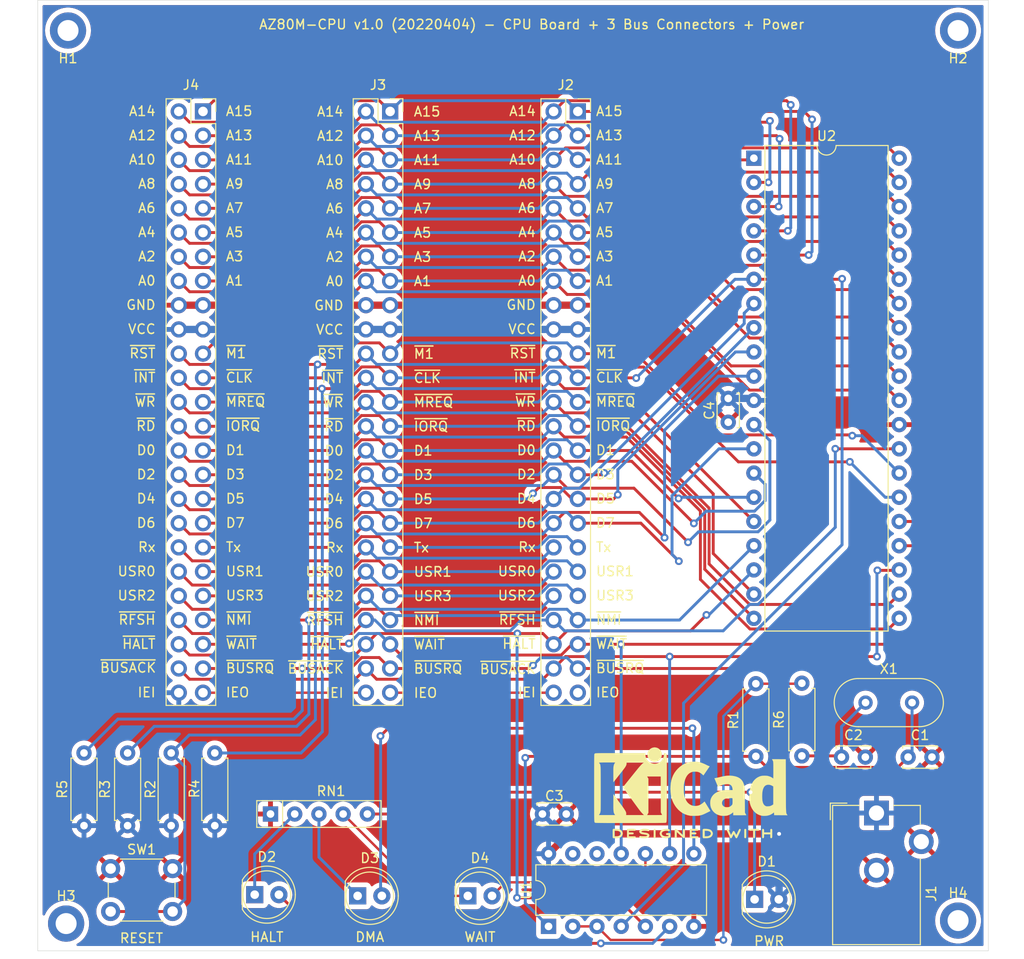
<source format=kicad_pcb>
(kicad_pcb (version 20211014) (generator pcbnew)
  (layers (0 "F.Cu" signal) (31 "B.Cu" signal) (34 "B.Paste" user) (35 "F.Paste" user) (36 "B.SilkS" user "B.Silkscreen") (37 "F.SilkS" user "F.Silkscreen") (38 "B.Mask" user) (39 "F.Mask" user) (44 "Edge.Cuts" user))
  (net 0 "")
  (net 1 "Net-(C1-Pad1)")
  (net 2 "Net-(C2-Pad1)")
  (net 3 "~{CLK}")
  (net 4 "VCC")
  (net 5 "GND")
  (net 6 "A15")
  (net 7 "A14")
  (net 8 "A13")
  (net 9 "A12")
  (net 10 "A11")
  (net 11 "A10")
  (net 12 "A9")
  (net 13 "A8")
  (net 14 "A7")
  (net 15 "A6")
  (net 16 "A5")
  (net 17 "A4")
  (net 18 "A3")
  (net 19 "A2")
  (net 20 "A1")
  (net 21 "A0")
  (net 22 "~{M1}")
  (net 23 "~{RST}")
  (net 24 "~{INT}")
  (net 25 "~{MREQ}")
  (net 26 "~{WR}")
  (net 27 "~{IORQ}")
  (net 28 "~{RD}")
  (net 29 "D1")
  (net 30 "D0")
  (net 31 "D3")
  (net 32 "D2")
  (net 33 "D5")
  (net 34 "D4")
  (net 35 "D7")
  (net 36 "D6")
  (net 37 "~{NMI}")
  (net 38 "~{RFSH}")
  (net 39 "~{WAIT}")
  (net 40 "~{HALT}")
  (net 41 "~{BUSRQ}")
  (net 42 "~{BUSACK}")
  (net 43 "Net-(R1-Pad2)")
  (net 46 "Net-(D2-Pad2)")
  (net 47 "Tx")
  (net 48 "Rx")
  (net 49 "USR1")
  (net 50 "USR0")
  (net 51 "USR3")
  (net 52 "USR2")
  (net 54 "IE2")
  (net 55 "Net-(D1-Pad1)")
  (net 56 "Net-(D3-Pad2)")
  (net 61 "IE1")
  (net 62 "Net-(D4-Pad2)")
  (net 63 "Net-(D2-Pad1)")
  (net 64 "Net-(D3-Pad1)")
  (net 65 "Net-(D4-Pad1)")
  (footprint "Connector_BarrelJack:BarrelJack_CUI_PJ-102AH_Horizontal" (layer "F.Cu") (at 174.0408 109.3724)
    (fp_text reference "J1")
    (fp_text value "Barrel_Jack_Switch")
  )
  (footprint "Package_DIP:DIP-14_W7.62mm" (layer "F.Cu") (at 139.6492 121.2596 90)
    (fp_text reference "U1")
    (fp_text value "74HCT04")
  )
  (footprint "Resistor_THT:R_Axial_DIN0207_L6.3mm_D2.5mm_P7.62mm_Horizontal" (layer "F.Cu") (at 161.3916 103.4288 90)
    (fp_text reference "R1")
    (fp_text value "1M")
  )
  (footprint "Resistor_THT:R_Axial_DIN0207_L6.3mm_D2.5mm_P7.62mm_Horizontal" (layer "F.Cu") (at 100.076 103.0732 -90)
    (fp_text reference "R2")
    (fp_text value "10k")
  )
  (footprint "Resistor_THT:R_Axial_DIN0207_L6.3mm_D2.5mm_P7.62mm_Horizontal" (layer "F.Cu") (at 95.504 110.6932 90)
    (fp_text reference "R3")
    (fp_text value "10k")
  )
  (footprint "Resistor_THT:R_Axial_DIN0207_L6.3mm_D2.5mm_P7.62mm_Horizontal" (layer "F.Cu") (at 104.648 103.0732 -90)
    (fp_text reference "R4")
    (fp_text value "10k")
  )
  (footprint "Button_Switch_THT:SW_PUSH_6mm_H5mm" (layer "F.Cu") (at 93.7272 115.1996)
    (fp_text reference "SW1")
    (fp_text value "SW_Push")
  )
  (footprint "MountingHole:MountingHole_2.2mm_M2_DIN965_Pad" (layer "F.Cu") (at 89.0566 120.965)
    (fp_text reference "H3")
    (fp_text value "MountingHole_Pad")
  )
  (footprint "Symbol:KiCad-Logo2_8mm_SilkScreen" (layer "F.Cu") (at 154.559 106.426)
    (fp_text reference "REF**" hide)
    (fp_text value "KiCad-Logo2_8mm_SilkScreen" hide)
  )
  (footprint "Connector_PinSocket_2.54mm:PinSocket_2x25_P2.54mm_Vertical" (layer "F.Cu") (at 123.0376 35.7932)
    (fp_text reference "J3")
    (fp_text value "Z50Bus")
  )
  (footprint "MountingHole:MountingHole_2.2mm_M2_DIN965_Pad" (layer "F.Cu") (at 182.6006 120.65)
    (fp_text reference "H4")
    (fp_text value "MountingHole_Pad")
  )
  (footprint "Resistor_THT:R_Array_SIP5" (layer "F.Cu") (at 110.49 109.474)
    (fp_text reference "RN1")
    (fp_text value "680")
  )
  (footprint "LED_THT:LED_D5.0mm" (layer "F.Cu") (at 119.629 118.0592)
    (fp_text reference "D3")
    (fp_text value "DMA")
  )
  (footprint "Package_DIP:DIP-40_W15.24mm" (layer "F.Cu") (at 161.1834 40.6958)
    (fp_text reference "U2")
    (fp_text value "Z80CPU")
  )
  (footprint "MountingHole:MountingHole_2.2mm_M2_DIN965_Pad" (layer "F.Cu") (at 89.2556 27.305)
    (fp_text reference "H1")
    (fp_text value "MountingHole_Pad")
  )
  (footprint "MountingHole:MountingHole_2.2mm_M2_DIN965_Pad" (layer "F.Cu") (at 182.6006 27.305)
    (fp_text reference "H2")
    (fp_text value "MountingHole_Pad")
  )
  (footprint "Connector_PinSocket_2.54mm:PinSocket_2x25_P2.54mm_Vertical" (layer "F.Cu") (at 103.412267 35.7932)
    (fp_text reference "J4")
    (fp_text value "Z50Bus")
  )
  (footprint "Capacitor_THT:C_Disc_D3.4mm_W2.1mm_P2.50mm" (layer "F.Cu") (at 139.0088 109.474)
    (fp_text reference "C3")
    (fp_text value "0.1uF")
  )
  (footprint "Capacitor_THT:C_Disc_D3.4mm_W2.1mm_P2.50mm" (layer "F.Cu") (at 177.3596 103.505)
    (fp_text reference "C1")
    (fp_text value "22pF")
  )
  (footprint "LED_THT:LED_D5.0mm" (layer "F.Cu") (at 108.834 117.9322)
    (fp_text reference "D2")
    (fp_text value "HALT")
  )
  (footprint "Resistor_THT:R_Axial_DIN0207_L6.3mm_D2.5mm_P7.62mm_Horizontal" (layer "F.Cu") (at 166.2176 95.758 -90)
    (fp_text reference "R6")
    (fp_text value "1k")
  )
  (footprint "Crystal:Crystal_HC49-4H_Vertical" (layer "F.Cu") (at 172.8946 97.79)
    (fp_text reference "X1")
    (fp_text value "7.3728MHz")
  )
  (footprint "Capacitor_THT:C_Disc_D3.4mm_W2.1mm_P2.50mm" (layer "F.Cu") (at 158.496 65.8876 -90)
    (fp_text reference "C4")
    (fp_text value "0.1uF")
  )
  (footprint "LED_THT:LED_D5.0mm" (layer "F.Cu") (at 131.186 118.0592)
    (fp_text reference "D4")
    (fp_text value "WAIT")
  )
  (footprint "LED_THT:LED_D5.0mm" (layer "F.Cu") (at 161.2596 118.425)
    (fp_text reference "D1")
    (fp_text value "PWR LED")
  )
  (footprint "Connector_PinSocket_2.54mm:PinSocket_2x25_P2.54mm_Vertical" (layer "F.Cu") (at 142.7226 35.7932)
    (fp_text reference "J2")
    (fp_text value "Z50Bus")
  )
  (footprint "Capacitor_THT:C_Disc_D3.4mm_W2.1mm_P2.50mm" (layer "F.Cu") (at 170.3746 103.505)
    (fp_text reference "C2")
    (fp_text value "22pF")
  )
  (footprint "Resistor_THT:R_Axial_DIN0207_L6.3mm_D2.5mm_P7.62mm_Horizontal" (layer "F.Cu") (at 90.932 103.0732 -90)
    (fp_text reference "R5")
    (fp_text value "10k")
  )
  (gr_line (start 86.0806 24.13) (end 185.7756 24.13) (layer "Edge.Cuts") (width 0.05))
  (gr_line (start 185.7756 24.13) (end 185.7756 123.825) (layer "Edge.Cuts") (width 0.05))
  (gr_line (start 185.7756 123.825) (end 86.0806 123.825) (layer "Edge.Cuts") (width 0.05))
  (gr_line (start 86.0806 123.825) (end 86.0806 24.13) (layer "Edge.Cuts") (width 0.05))
  (gr_text "WAIT" (at 132.461 122.3772) (layer "F.SilkS") (effects (font (size 1 1))))
  (gr_text "~{BUSRQ}" (at 108.345124 94.1832) (layer "F.SilkS") (effects (font (size 1 1))))
  (gr_text "~{BUSRQ}" (at 147.163362 94.1832) (layer "F.SilkS") (effects (font (size 1 1))))
  (gr_text "A9" (at 145.544315 43.3832) (layer "F.SilkS") (effects (font (size 1 1))))
  (gr_text "~{RFSH}" (at 116.205143 89.154) (layer "F.SilkS") (effects (font (size 1 1))))
  (gr_text "~{INT}" (at 116.990858 63.754) (layer "F.SilkS") (effects (font (size 1 1))))
  (gr_text "USR1" (at 107.797505 84.0232) (layer "F.SilkS") (effects (font (size 1 1))))
  (gr_text "A0" (at 137.39241 53.5432) (layer "F.SilkS") (effects (font (size 1 1))))
  (gr_text "A11" (at 146.020505 40.8432) (layer "F.SilkS") (effects (font (size 1 1))))
  (gr_text "A6" (at 97.518458 45.9232) (layer "F.SilkS") (effects (font (size 1 1))))
  (gr_text "~{WR}" (at 137.225743 66.2432) (layer "F.SilkS") (effects (font (size 1 1))))
  (gr_text "~{RST}" (at 136.940029 61.1632) (layer "F.SilkS") (effects (font (size 1 1))))
  (gr_text "D7" (at 126.508 78.994) (layer "F.SilkS") (effects (font (size 1 1))))
  (gr_text "A4" (at 117.228953 48.514) (layer "F.SilkS") (effects (font (size 1 1))))
  (gr_text "A7" (at 126.436572 45.974) (layer "F.SilkS") (effects (font (size 1 1))))
  (gr_text "Tx" (at 145.425267 81.4832) (layer "F.SilkS") (effects (font (size 1 1))))
  (gr_text "D5" (at 126.508 76.454) (layer "F.SilkS") (effects (font (size 1 1))))
  (gr_text "A6" (at 117.228953 45.974) (layer "F.SilkS") (effects (font (size 1 1))))
  (gr_text "~{NMI}" (at 107.154648 89.1032) (layer "F.SilkS") (effects (font (size 1 1))))
  (gr_text "~{IORQ}" (at 107.607029 68.7832) (layer "F.SilkS") (effects (font (size 1 1))))
  (gr_text "~{RD}" (at 97.42322 68.7832) (layer "F.SilkS") (effects (font (size 1 1))))
  (gr_text "~{WAIT}" (at 107.440362 91.6432) (layer "F.SilkS") (effects (font (size 1 1))))
  (gr_text "~{HALT}" (at 136.559077 91.6432) (layer "F.SilkS") (effects (font (size 1 1))))
  (gr_text "HALT" (at 110.109 122.3772) (layer "F.SilkS") (effects (font (size 1 1))))
  (gr_text "~{INT}" (at 137.154315 63.7032) (layer "F.SilkS") (effects (font (size 1 1))))
  (gr_text "A6" (at 137.39241 45.9232) (layer "F.SilkS") (effects (font (size 1 1))))
  (gr_text "~{RFSH}" (at 96.494648 89.1032) (layer "F.SilkS") (effects (font (size 1 1))))
  (gr_text "A3" (at 126.436572 51.054) (layer "F.SilkS") (effects (font (size 1 1))))
  (gr_text "~{WR}" (at 117.062286 66.294) (layer "F.SilkS") (effects (font (size 1 1))))
  (gr_text "A0" (at 97.518458 53.5432) (layer "F.SilkS") (effects (font (size 1 1))))
  (gr_text "~{WAIT}" (at 146.2586 91.6432) (layer "F.SilkS") (effects (font (size 1 1))))
  (gr_text "USR1" (at 146.615743 84.0232) (layer "F.SilkS") (effects (font (size 1 1))))
  (gr_text "~{WR}" (at 97.351791 66.2432) (layer "F.SilkS") (effects (font (size 1 1))))
  (gr_text "A5" (at 145.544315 48.4632) (layer "F.SilkS") (effects (font (size 1 1))))
  (gr_text "RESET" (at 96.9572 122.4996) (layer "F.SilkS") (effects (font (size 1 1))))
  (gr_text "D5" (at 145.615743 76.4032) (layer "F.SilkS") (effects (font (size 1 1))))
  (gr_text "VCC" (at 136.8686 58.6232) (layer "F.SilkS") (effects (font (size 1 1))))
  (gr_text "A14" (at 116.752762 35.814) (layer "F.SilkS") (effects (font (size 1 1))))
  (gr_text "D4" (at 137.320981 76.4032) (layer "F.SilkS") (effects (font (size 1 1))))
  (gr_text "A10" (at 116.752762 40.894) (layer "F.SilkS") (effects (font (size 1 1))))
  (gr_text "~{NMI}" (at 126.865143 89.154) (layer "F.SilkS") (effects (font (size 1 1))))
  (gr_text "GND" (at 96.89941 56.0832) (layer "F.SilkS") (effects (font (size 1 1))))
  (gr_text "~{RST}" (at 97.066077 61.1632) (layer "F.SilkS") (effects (font (size 1 1))))
  (gr_text "D3" (at 145.615743 73.8632) (layer "F.SilkS") (effects (font (size 1 1))))
  (gr_text "A15" (at 146.020505 35.7632) (layer "F.SilkS") (effects (font (size 1 1))))
  (gr_text "D6" (at 117.157524 78.994) (layer "F.SilkS") (effects (font (size 1 1))))
  (gr_text "D3" (at 106.797505 73.8632) (layer "F.SilkS") (effects (font (size 1 1))))
  (gr_text "Tx" (at 126.317524 81.534) (layer "F.SilkS") (effects (font (size 1 1))))
  (gr_text "~{CLK}" (at 126.936572 63.754) (layer "F.SilkS") (effects (font (size 1 1))))
  (gr_text "USR0" (at 96.447029 84.0232) (layer "F.SilkS") (effects (font (size 1 1))))
  (gr_text "D1" (at 126.508 71.374) (layer "F.SilkS") (effects (font (size 1 1))))
  (gr_text "~{RD}" (at 137.297172 68.7832) (layer "F.SilkS") (effects (font (size 1 1))))
  (gr_text "D0" (at 97.447029 71.3232) (layer "F.SilkS") (effects (font (size 1 1))))
  (gr_text "D5" (at 106.797505 76.4032) (layer "F.SilkS") (effects (font (size 1 1))))
  (gr_text "A7" (at 106.726077 45.9232) (layer "F.SilkS") (effects (font (size 1 1))))
  (gr_text "D7" (at 106.797505 78.9432) (layer "F.SilkS") (effects (font (size 1 1))))
  (gr_text "~{RD}" (at 117.133715 68.834) (layer "F.SilkS") (effects (font (size 1 1))))
  (gr_text "GND" (at 116.609905 56.134) (layer "F.SilkS") (effects (font (size 1 1))))
  (gr_text "USR0" (at 116.157524 84.074) (layer "F.SilkS") (effects (font (size 1 1))))
  (gr_text "PWR" (at 162.7886 122.809) (layer "F.SilkS") (effects (font (size 1 1))))
  (gr_text "A15" (at 107.202267 35.7632) (layer "F.SilkS") (effects (font (size 1 1))))
  (gr_text "USR1" (at 127.508 84.074) (layer "F.SilkS") (effects (font (size 1 1))))
  (gr_text "DMA" (at 120.904 122.3772) (layer "F.SilkS") (effects (font (size 1 1))))
  (gr_text "D2" (at 137.320981 73.8632) (layer "F.SilkS") (effects (font (size 1 1))))
  (gr_text "D6" (at 137.320981 78.9432) (layer "F.SilkS") (effects (font (size 1 1))))
  (gr_text "A13" (at 107.202267 38.3032) (layer "F.SilkS") (effects (font (size 1 1))))
  (gr_text "~{BUSACK}" (at 135.382 94.2848) (layer "F.SilkS") (effects (font (size 1 1))))
  (gr_text "AZ80M-CPU v1.0 (20220404) - CPU Board + 3 Bus Connectors + Power" (at 109.22 26.67) (layer "F.SilkS") (effects (font (size 1 1)) (justify left)))
  (gr_text "A4" (at 137.39241 48.4632) (layer "F.SilkS") (effects (font (size 1 1))))
  (gr_text "D1" (at 106.797505 71.3232) (layer "F.SilkS") (effects (font (size 1 1))))
  (gr_text "~{NMI}" (at 145.972886 89.1032) (layer "F.SilkS") (effects (font (size 1 1))))
  (gr_text "A12" (at 116.752762 38.354) (layer "F.SilkS") (effects (font (size 1 1))))
  (gr_text "D0" (at 137.320981 71.3232) (layer "F.SilkS") (effects (font (size 1 1))))
  (gr_text "Rx" (at 137.39241 81.4832) (layer "F.SilkS") (effects (font (size 1 1))))
  (gr_text "IEO" (at 145.853838 96.7232) (layer "F.SilkS") (effects (font (size 1 1))))
  (gr_text "~{BUSACK}" (at 115.228762 94.234) (layer "F.SilkS") (effects (font (size 1 1))))
  (gr_text "Rx" (at 97.518458 81.4832) (layer "F.SilkS") (effects (font (size 1 1))))
  (gr_text "~{WAIT}" (at 127.150857 91.694) (layer "F.SilkS") (effects (font (size 1 1))))
  (gr_text "A5" (at 126.436572 48.514) (layer "F.SilkS") (effects (font (size 1 1))))
  (gr_text "IEI" (at 117.205143 96.774) (layer "F.SilkS") (effects (font (size 1 1))))
  (gr_text "A14" (at 136.916219 35.7632) (layer "F.SilkS") (effects (font (size 1 1))))
  (gr_text "A11" (at 107.202267 40.8432) (layer "F.SilkS") (effects (font (size 1 1))))
  (gr_text "A0" (at 117.228953 53.594) (layer "F.SilkS") (effects (font (size 1 1))))
  (gr_text "~{RST}" (at 116.776572 61.214) (layer "F.SilkS") (effects (font (size 1 1))))
  (gr_text "D4" (at 117.157524 76.454) (layer "F.SilkS") (effects (font (size 1 1))))
  (gr_text "~{IORQ}" (at 127.317524 68.834) (layer "F.SilkS") (effects (font (size 1 1))))
  (gr_text "~{M1}" (at 145.687172 61.1632) (layer "F.SilkS") (effects (font (size 1 1))))
  (gr_text "~{RFSH}" (at 136.3686 89.1032) (layer "F.SilkS") (effects (font (size 1 1))))
  (gr_text "~{CLK}" (at 107.226077 63.7032) (layer "F.SilkS") (effects (font (size 1 1))))
  (gr_text "A4" (at 97.518458 48.4632) (layer "F.SilkS") (effects (font (size 1 1))))
  (gr_text "USR2" (at 136.320981 86.5632) (layer "F.SilkS") (effects (font (size 1 1))))
  (gr_text "~{INT}" (at 97.280363 63.7032) (layer "F.SilkS") (effects (font (size 1 1))))
  (gr_text "VCC" (at 96.994648 58.6232) (layer "F.SilkS") (effects (font (size 1 1))))
  (gr_text "VCC" (at 116.705143 58.674) (layer "F.SilkS") (effects (font (size 1 1))))
  (gr_text "Tx" (at 106.607029 81.4832) (layer "F.SilkS") (effects (font (size 1 1))))
  (gr_text "~{HALT}" (at 96.685125 91.6432) (layer "F.SilkS") (effects (font (size 1 1))))
  (gr_text "~{BUSACK}" (at 95.5548 94.1324) (layer "F.SilkS") (effects (font (size 1 1))))
  (gr_text "A8" (at 97.518458 43.3832) (layer "F.SilkS") (effects (font (size 1 1))))
  (gr_text "~{MREQ}" (at 107.868934 66.2432) (layer "F.SilkS") (effects (font (size 1 1))))
  (gr_text "USR3" (at 107.797505 86.5632) (layer "F.SilkS") (effects (font (size 1 1))))
  (gr_text "USR3" (at 127.508 86.614) (layer "F.SilkS") (effects (font (size 1 1))))
  (gr_text "A14" (at 97.042267 35.7632) (layer "F.SilkS") (effects (font (size 1 1))))
  (gr_text "D1" (at 145.615743 71.3232) (layer "F.SilkS") (effects (font (size 1 1))))
  (gr_text "~{IORQ}" (at 146.425267 68.7832) (layer "F.SilkS") (effects (font (size 1 1))))
  (gr_text "IEO" (at 107.0356 96.7232) (layer "F.SilkS") (effects (font (size 1 1))))
  (gr_text "A10" (at 136.916219 40.8432) (layer "F.SilkS") (effects (font (size 1 1))))
  (gr_text "A8" (at 137.39241 43.3832) (layer "F.SilkS") (effects (font (size 1 1))))
  (gr_text "A3" (at 106.726077 51.0032) (layer "F.SilkS") (effects (font (size 1 1))))
  (gr_text "IEO" (at 126.746095 96.774) (layer "F.SilkS") (effects (font (size 1 1))))
  (gr_text "~{HALT}" (at 116.39562 91.694) (layer "F.SilkS") (effects (font (size 1 1))))
  (gr_text "A2" (at 117.228953 51.054) (layer "F.SilkS") (effects (font (size 1 1))))
  (gr_text "~{MREQ}" (at 127.579429 66.294) (layer "F.SilkS") (effects (font (size 1 1))))
  (gr_text "A2" (at 137.39241 51.0032) (layer "F.SilkS") (effects (font (size 1 1))))
  (gr_text "A8" (at 117.228953 43.434) (layer "F.SilkS") (effects (font (size 1 1))))
  (gr_text "A1" (at 145.544315 53.5432) (layer "F.SilkS") (effects (font (size 1 1))))
  (gr_text "IEI" (at 137.3686 96.7232) (layer "F.SilkS") (effects (font (size 1 1))))
  (gr_text "USR2" (at 116.157524 86.614) (layer "F.SilkS") (effects (font (size 1 1))))
  (gr_text "A15" (at 126.912762 35.814) (layer "F.SilkS") (effects (font (size 1 1))))
  (gr_text "A11" (at 126.912762 40.894) (layer "F.SilkS") (effects (font (size 1 1))))
  (gr_text "A2" (at 97.518458 51.0032) (layer "F.SilkS") (effects (font (size 1 1))))
  (gr_text "~{MREQ}" (at 146.687172 66.2432) (layer "F.SilkS") (effects (font (size 1 1))))
  (gr_text "D7" (at 145.615743 78.9432) (layer "F.SilkS") (effects (font (size 1 1))))
  (gr_text "D6" (at 97.447029 78.9432) (layer "F.SilkS") (effects (font (size 1 1))))
  (gr_text "D2" (at 97.447029 73.8632) (layer "F.SilkS") (effects (font (size 1 1))))
  (gr_text "USR0" (at 136.320981 84.0232) (layer "F.SilkS") (effects (font (size 1 1))))
  (gr_text "D4" (at 97.447029 76.4032) (layer "F.SilkS") (effects (font (size 1 1))))
  (gr_text "GND" (at 136.773362 56.0832) (layer "F.SilkS") (effects (font (size 1 1))))
  (gr_text "D0" (at 117.157524 71.374) (layer "F.SilkS") (effects (font (size 1 1))))
  (gr_text "USR3" (at 146.615743 86.5632) (layer "F.SilkS") (effects (font (size 1 1))))
  (gr_text "A9" (at 126.436572 43.434) (layer "F.SilkS") (effects (font (size 1 1))))
  (gr_text "~{M1}" (at 106.868934 61.1632) (layer "F.SilkS") (effects (font (size 1 1))))
  (gr_text "A1" (at 106.726077 53.5432) (layer "F.SilkS") (effects (font (size 1 1))))
  (gr_text "A10" (at 97.042267 40.8432) (layer "F.SilkS") (effects (font (size 1 1))))
  (gr_text "A9" (at 106.726077 43.3832) (layer "F.SilkS") (effects (font (size 1 1))))
  (gr_text "~{CLK}" (at 146.044315 63.7032) (layer "F.SilkS") (effects (font (size 1 1))))
  (gr_text "~{M1}" (at 126.579429 61.214) (layer "F.SilkS") (effects (font (size 1 1))))
  (gr_text "~{BUSRQ}" (at 128.055619 94.234) (layer "F.SilkS") (effects (font (size 1 1))))
  (gr_text "A13" (at 126.912762 38.354) (layer "F.SilkS") (effects (font (size 1 1))))
  (gr_text "Rx" (at 117.228953 81.534) (layer "F.SilkS") (effects (font (size 1 1))))
  (gr_text "D3" (at 126.508 73.914) (layer "F.SilkS") (effects (font (size 1 1))))
  (gr_text "A13" (at 146.020505 38.3032) (layer "F.SilkS") (effects (font (size 1 1))))
  (gr_text "A1" (at 126.436572 53.594) (layer "F.SilkS") (effects (font (size 1 1))))
  (gr_text "A5" (at 106.726077 48.4632) (layer "F.SilkS") (effects (font (size 1 1))))
  (gr_text "USR2" (at 96.447029 86.5632) (layer "F.SilkS") (effects (font (size 1 1))))
  (gr_text "A3" (at 145.544315 51.0032) (layer "F.SilkS") (effects (font (size 1 1))))
  (gr_text "D2" (at 117.157524 73.914) (layer "F.SilkS") (effects (font (size 1 1))))
  (gr_text "A12" (at 97.042267 38.3032) (layer "F.SilkS") (effects (font (size 1 1))))
  (gr_text "A12" (at 136.916219 38.3032) (layer "F.SilkS") (effects (font (size 1 1))))
  (gr_text "IEI" (at 97.494648 96.7232) (layer "F.SilkS") (effects (font (size 1 1))))
  (gr_text "A7" (at 145.544315 45.9232) (layer "F.SilkS") (effects (font (size 1 1))))
  (segment (start 162.546711 104.583911) (end 176.280689 104.583911) (width 0.3048) (layer "F.Cu") (net 1))
  (segment (start 137.3632 103.4288) (end 137.2108 103.5812) (width 0.3048) (layer "F.Cu") (net 1))
  (segment (start 161.3916 103.4288) (end 162.546711 104.583911) (width 0.3048) (layer "F.Cu") (net 1))
  (segment (start 176.280689 104.583911) (end 177.3596 103.505) (width 0.3048) (layer "F.Cu") (net 1))
  (segment (start 161.3916 103.4288) (end 137.3632 103.4288) (width 0.3048) (layer "F.Cu") (net 1))
  (via (at 137.2108 103.5812) (size 0.8128) (drill 0.4064) (layers "F.Cu" "B.Cu") (net 1))
  (segment (start 177.7746 103.09) (end 177.3596 103.505) (width 0.3048) (layer "B.Cu") (net 1))
  (segment (start 177.7746 97.79) (end 177.7746 103.09) (width 0.3048) (layer "B.Cu") (net 1))
  (segment (start 137.2108 103.5812) (end 137.2108 118.8212) (width 0.3048) (layer "B.Cu") (net 1))
  (segment (start 137.2108 118.8212) (end 139.6492 121.2596) (width 0.3048) (layer "B.Cu") (net 1))
  (segment (start 170.2476 103.378) (end 170.3746 103.505) (width 0.3048) (layer "F.Cu") (net 2))
  (segment (start 166.2176 103.378) (end 170.2476 103.378) (width 0.3048) (layer "F.Cu") (net 2))
  (segment (start 170.3746 100.31) (end 172.8946 97.79) (width 0.3048) (layer "B.Cu") (net 2))
  (segment (start 170.3746 103.505) (end 170.3746 100.31) (width 0.3048) (layer "B.Cu") (net 2))
  (segment (start 121.89 62.5856) (end 123.0376 63.7332) (width 0.3048) (layer "F.Cu") (net 3))
  (segment (start 118.901078 63.7332) (end 120.048678 62.5856) (width 0.3048) (layer "F.Cu") (net 3))
  (segment (start 170.434 53.34) (end 170.3782 53.3958) (width 0.3048) (layer "F.Cu") (net 3))
  (segment (start 148.8232 63.7332) (end 148.844 63.754) (width 0.3048) (layer "F.Cu") (net 3))
  (segment (start 142.7226 63.7332) (end 148.8232 63.7332) (width 0.3048) (layer "F.Cu") (net 3))
  (segment (start 103.412267 63.7332) (end 118.901078 63.7332) (width 0.3048) (layer "F.Cu") (net 3))
  (segment (start 170.3782 53.3958) (end 161.1834 53.3958) (width 0.3048) (layer "F.Cu") (net 3))
  (segment (start 120.048678 62.5856) (end 121.89 62.5856) (width 0.3048) (layer "F.Cu") (net 3))
  (via (at 148.844 63.754) (size 0.8128) (drill 0.4064) (layers "F.Cu" "B.Cu") (net 3))
  (via (at 170.434 53.34) (size 0.8128) (drill 0.4064) (layers "F.Cu" "B.Cu") (net 3))
  (segment (start 153.810289 97.854723) (end 170.434 81.231012) (width 0.3048) (layer "B.Cu") (net 3))
  (segment (start 153.810289 114.718511) (end 153.810289 97.854723) (width 0.3048) (layer "B.Cu") (net 3))
  (segment (start 159.2022 53.3958) (end 161.1834 53.3958) (width 0.3048) (layer "B.Cu") (net 3))
  (segment (start 123.0376 63.7332) (end 138.586078 63.7332) (width 0.3048) (layer "B.Cu") (net 3))
  (segment (start 148.844 63.754) (end 159.2022 53.3958) (width 0.3048) (layer "B.Cu") (net 3))
  (segment (start 147.2692 121.2596) (end 153.810289 114.718511) (width 0.3048) (layer "B.Cu") (net 3))
  (segment (start 141.593689 62.604289) (end 142.7226 63.7332) (width 0.3048) (layer "B.Cu") (net 3))
  (segment (start 138.586078 63.7332) (end 139.714989 62.604289) (width 0.3048) (layer "B.Cu") (net 3))
  (segment (start 170.434 81.231012) (end 170.434 53.34) (width 0.3048) (layer "B.Cu") (net 3))
  (segment (start 139.714989 62.604289) (end 141.593689 62.604289) (width 0.3048) (layer "B.Cu") (net 3))
  (segment (start 139.6492 113.6396) (end 141.732 111.5568) (width 0.762) (layer "F.Cu") (net 4))
  (segment (start 141.732 111.5568) (end 163.83 111.5568) (width 0.762) (layer "F.Cu") (net 4))
  (via (at 163.83 111.5568) (size 1.524) (drill 0.4064) (layers "F.Cu" "B.Cu") (net 4))
  (segment (start 123.0376 58.6532) (end 140.1826 58.6532) (width 0.762) (layer "B.Cu") (net 4))
  (segment (start 163.83 118.3946) (end 163.7996 118.425) (width 0.762) (layer "B.Cu") (net 4))
  (segment (start 163.83 111.5568) (end 163.83 118.3946) (width 0.762) (layer "B.Cu") (net 4))
  (segment (start 120.4976 58.6532) (end 123.0376 58.6532) (width 0.762) (layer "B.Cu") (net 4))
  (segment (start 103.412267 58.6532) (end 120.4976 58.6532) (width 0.762) (layer "B.Cu") (net 4))
  (segment (start 160.9752 65.8876) (end 161.1834 66.0958) (width 0.762) (layer "B.Cu") (net 4))
  (segment (start 100.872267 58.6532) (end 103.412267 58.6532) (width 0.762) (layer "B.Cu") (net 4))
  (segment (start 140.1826 58.6532) (end 142.7226 58.6532) (width 0.762) (layer "B.Cu") (net 4))
  (segment (start 158.496 65.8876) (end 160.9752 65.8876) (width 0.762) (layer "B.Cu") (net 4))
  (segment (start 100.872267 56.1132) (end 103.412267 56.1132) (width 0.762) (layer "F.Cu") (net 5))
  (segment (start 140.1826 56.1132) (end 142.7226 56.1132) (width 0.762) (layer "F.Cu") (net 5))
  (segment (start 120.4976 56.1132) (end 123.0376 56.1132) (width 0.762) (layer "F.Cu") (net 5))
  (segment (start 103.412267 56.1132) (end 120.4976 56.1132) (width 0.762) (layer "F.Cu") (net 5))
  (segment (start 123.0376 56.1132) (end 140.1826 56.1132) (width 0.762) (layer "F.Cu") (net 5))
  (segment (start 166.4508 35.7932) (end 167.2844 36.6268) (width 0.3048) (layer "F.Cu") (net 6))
  (segment (start 121.908689 34.664289) (end 123.0376 35.7932) (width 0.3048) (layer "F.Cu") (net 6))
  (segment (start 103.412267 35.7932) (end 104.541178 34.664289) (width 0.3048) (layer "F.Cu") (net 6))
  (segment (start 104.541178 34.664289) (end 121.908689 34.664289) (width 0.3048) (layer "F.Cu") (net 6))
  (segment (start 166.9238 50.8558) (end 161.1834 50.8558) (width 0.3048) (layer "F.Cu") (net 6))
  (segment (start 166.9288 50.8508) (end 166.9238 50.8558) (width 0.3048) (layer "F.Cu") (net 6))
  (segment (start 142.7226 35.7932) (end 166.4508 35.7932) (width 0.3048) (layer "F.Cu") (net 6))
  (via (at 167.2844 36.6268) (size 0.8128) (drill 0.4064) (layers "F.Cu" "B.Cu") (net 6))
  (via (at 166.9288 50.8508) (size 0.8128) (drill 0.4064) (layers "F.Cu" "B.Cu") (net 6))
  (segment (start 167.2844 50.4952) (end 166.9288 50.8508) (width 0.3048) (layer "B.Cu") (net 6))
  (segment (start 124.166511 34.664289) (end 141.593689 34.664289) (width 0.3048) (layer "B.Cu") (net 6))
  (segment (start 123.0376 35.7932) (end 124.166511 34.664289) (width 0.3048) (layer "B.Cu") (net 6))
  (segment (start 167.2844 36.6268) (end 167.2844 50.4952) (width 0.3048) (layer "B.Cu") (net 6))
  (segment (start 141.593689 34.664289) (end 142.7226 35.7932) (width 0.3048) (layer "B.Cu") (net 6))
  (segment (start 102.001178 36.922111) (end 119.368689 36.922111) (width 0.3048) (layer "F.Cu") (net 7))
  (segment (start 164.7394 48.3158) (end 161.1834 48.3158) (width 0.3048) (layer "F.Cu") (net 7))
  (segment (start 119.368689 36.922111) (end 120.4976 35.7932) (width 0.3048) (layer "F.Cu") (net 7))
  (segment (start 100.872267 35.7932) (end 102.001178 36.922111) (width 0.3048) (layer "F.Cu") (net 7))
  (segment (start 164.610689 34.664289) (end 165.0492 35.1028) (width 0.3048) (layer "F.Cu") (net 7))
  (segment (start 140.1826 35.7932) (end 141.311511 34.664289) (width 0.3048) (layer "F.Cu") (net 7))
  (segment (start 141.311511 34.664289) (end 164.610689 34.664289) (width 0.3048) (layer "F.Cu") (net 7))
  (segment (start 164.7444 48.3108) (end 164.7394 48.3158) (width 0.3048) (layer "F.Cu") (net 7))
  (via (at 164.7444 48.3108) (size 0.8128) (drill 0.4064) (layers "F.Cu" "B.Cu") (net 7))
  (via (at 165.0492 35.1028) (size 0.8128) (drill 0.4064) (layers "F.Cu" "B.Cu") (net 7))
  (segment (start 165.0492 35.1028) (end 165.0492 48.006) (width 0.3048) (layer "B.Cu") (net 7))
  (segment (start 121.626511 36.922111) (end 139.053689 36.922111) (width 0.3048) (layer "B.Cu") (net 7))
  (segment (start 139.053689 36.922111) (end 140.1826 35.7932) (width 0.3048) (layer "B.Cu") (net 7))
  (segment (start 120.4976 35.7932) (end 121.626511 36.922111) (width 0.3048) (layer "B.Cu") (net 7))
  (segment (start 165.0492 48.006) (end 164.7444 48.3108) (width 0.3048) (layer "B.Cu") (net 7))
  (segment (start 163.7792 45.7708) (end 161.1884 45.7708) (width 0.3048) (layer "F.Cu") (net 8))
  (segment (start 103.412267 38.3332) (end 118.901078 38.3332) (width 0.3048) (layer "F.Cu") (net 8))
  (segment (start 142.7226 38.3332) (end 163.5552 38.3332) (width 0.3048) (layer "F.Cu") (net 8))
  (segment (start 161.1884 45.7708) (end 161.1834 45.7758) (width 0.3048) (layer "F.Cu") (net 8))
  (segment (start 121.908689 37.204289) (end 123.0376 38.3332) (width 0.3048) (layer "F.Cu") (net 8))
  (segment (start 118.901078 38.3332) (end 120.029989 37.204289) (width 0.3048) (layer "F.Cu") (net 8))
  (segment (start 163.5552 38.3332) (end 163.8808 38.6588) (width 0.3048) (layer "F.Cu") (net 8))
  (segment (start 120.029989 37.204289) (end 121.908689 37.204289) (width 0.3048) (layer "F.Cu") (net 8))
  (via (at 163.7792 45.7708) (size 0.8128) (drill 0.4064) (layers "F.Cu" "B.Cu") (net 8))
  (via (at 163.8808 38.6588) (size 0.8128) (drill 0.4064) (layers "F.Cu" "B.Cu") (net 8))
  (segment (start 163.8808 45.6692) (end 163.7792 45.7708) (width 0.3048) (layer "B.Cu") (net 8))
  (segment (start 163.8808 38.6588) (end 163.8808 45.6692) (width 0.3048) (layer "B.Cu") (net 8))
  (segment (start 139.714989 37.204289) (end 141.593689 37.204289) (width 0.3048) (layer "B.Cu") (net 8))
  (segment (start 141.593689 37.204289) (end 142.7226 38.3332) (width 0.3048) (layer "B.Cu") (net 8))
  (segment (start 123.0376 38.3332) (end 138.586078 38.3332) (width 0.3048) (layer "B.Cu") (net 8))
  (segment (start 138.586078 38.3332) (end 139.714989 37.204289) (width 0.3048) (layer "B.Cu") (net 8))
  (segment (start 162.7124 43.2308) (end 161.1884 43.2308) (width 0.3048) (layer "F.Cu") (net 9))
  (segment (start 100.872267 38.3332) (end 102.001178 39.462111) (width 0.3048) (layer "F.Cu") (net 9))
  (segment (start 119.368689 39.462111) (end 120.4976 38.3332) (width 0.3048) (layer "F.Cu") (net 9))
  (segment (start 140.1826 38.3332) (end 141.593689 36.922111) (width 0.3048) (layer "F.Cu") (net 9))
  (segment (start 102.001178 39.462111) (end 119.368689 39.462111) (width 0.3048) (layer "F.Cu") (net 9))
  (segment (start 162.721889 36.922111) (end 162.8648 36.7792) (width 0.3048) (layer "F.Cu") (net 9))
  (segment (start 141.593689 36.922111) (end 162.721889 36.922111) (width 0.3048) (layer "F.Cu") (net 9))
  (segment (start 161.1884 43.2308) (end 161.1834 43.2358) (width 0.3048) (layer "F.Cu") (net 9))
  (via (at 162.8648 36.7792) (size 0.8128) (drill 0.4064) (layers "F.Cu" "B.Cu") (net 9))
  (via (at 162.7124 43.2308) (size 0.8128) (drill 0.4064) (layers "F.Cu" "B.Cu") (net 9))
  (segment (start 139.053689 39.462111) (end 140.1826 38.3332) (width 0.3048) (layer "B.Cu") (net 9))
  (segment (start 162.8648 43.0784) (end 162.7124 43.2308) (width 0.3048) (layer "B.Cu") (net 9))
  (segment (start 162.8648 36.7792) (end 162.8648 43.0784) (width 0.3048) (layer "B.Cu") (net 9))
  (segment (start 120.4976 38.3332) (end 121.626511 39.462111) (width 0.3048) (layer "B.Cu") (net 9))
  (segment (start 121.626511 39.462111) (end 139.053689 39.462111) (width 0.3048) (layer "B.Cu") (net 9))
  (segment (start 118.901078 40.8732) (end 120.029989 39.744289) (width 0.3048) (layer "F.Cu") (net 10))
  (segment (start 121.908689 39.744289) (end 123.0376 40.8732) (width 0.3048) (layer "F.Cu") (net 10))
  (segment (start 103.412267 40.8732) (end 118.901078 40.8732) (width 0.3048) (layer "F.Cu") (net 10))
  (segment (start 161.006 40.8732) (end 161.1834 40.6958) (width 0.3048) (layer "F.Cu") (net 10))
  (segment (start 120.029989 39.744289) (end 121.908689 39.744289) (width 0.3048) (layer "F.Cu") (net 10))
  (segment (start 142.7226 40.8732) (end 161.006 40.8732) (width 0.3048) (layer "F.Cu") (net 10))
  (segment (start 139.714989 39.744289) (end 141.593689 39.744289) (width 0.3048) (layer "B.Cu") (net 10))
  (segment (start 141.593689 39.744289) (end 142.7226 40.8732) (width 0.3048) (layer "B.Cu") (net 10))
  (segment (start 138.586078 40.8732) (end 139.714989 39.744289) (width 0.3048) (layer "B.Cu") (net 10))
  (segment (start 123.0376 40.8732) (end 138.586078 40.8732) (width 0.3048) (layer "B.Cu") (net 10))
  (segment (start 100.872267 40.8732) (end 102.001178 42.002111) (width 0.3048) (layer "F.Cu") (net 11))
  (segment (start 175.344489 39.616889) (end 141.438911 39.616889) (width 0.3048) (layer "F.Cu") (net 11))
  (segment (start 119.368689 42.002111) (end 120.4976 40.8732) (width 0.3048) (layer "F.Cu") (net 11))
  (segment (start 176.4234 40.6958) (end 175.344489 39.616889) (width 0.3048) (layer "F.Cu") (net 11))
  (segment (start 102.001178 42.002111) (end 119.368689 42.002111) (width 0.3048) (layer "F.Cu") (net 11))
  (segment (start 141.438911 39.616889) (end 140.1826 40.8732) (width 0.3048) (layer "F.Cu") (net 11))
  (segment (start 139.053689 42.002111) (end 140.1826 40.8732) (width 0.3048) (layer "B.Cu") (net 11))
  (segment (start 121.626511 42.002111) (end 139.053689 42.002111) (width 0.3048) (layer "B.Cu") (net 11))
  (segment (start 120.4976 40.8732) (end 121.626511 42.002111) (width 0.3048) (layer "B.Cu") (net 11))
  (segment (start 176.4234 43.2358) (end 175.344489 42.156889) (width 0.3048) (layer "F.Cu") (net 12))
  (segment (start 103.412267 43.4132) (end 118.901078 43.4132) (width 0.3048) (layer "F.Cu") (net 12))
  (segment (start 118.901078 43.4132) (end 120.048678 42.2656) (width 0.3048) (layer "F.Cu") (net 12))
  (segment (start 121.89 42.2656) (end 123.0376 43.4132) (width 0.3048) (layer "F.Cu") (net 12))
  (segment (start 175.344489 42.156889) (end 143.978911 42.156889) (width 0.3048) (layer "F.Cu") (net 12))
  (segment (start 120.048678 42.2656) (end 121.89 42.2656) (width 0.3048) (layer "F.Cu") (net 12))
  (segment (start 143.978911 42.156889) (end 142.7226 43.4132) (width 0.3048) (layer "F.Cu") (net 12))
  (segment (start 141.575 42.2656) (end 142.7226 43.4132) (width 0.3048) (layer "B.Cu") (net 12))
  (segment (start 139.733678 42.2656) (end 141.575 42.2656) (width 0.3048) (layer "B.Cu") (net 12))
  (segment (start 123.0376 43.4132) (end 138.586078 43.4132) (width 0.3048) (layer "B.Cu") (net 12))
  (segment (start 138.586078 43.4132) (end 139.733678 42.2656) (width 0.3048) (layer "B.Cu") (net 12))
  (segment (start 100.872267 43.4132) (end 102.001178 44.542111) (width 0.3048) (layer "F.Cu") (net 13))
  (segment (start 119.368689 44.542111) (end 120.4976 43.4132) (width 0.3048) (layer "F.Cu") (net 13))
  (segment (start 175.344489 44.696889) (end 141.466289 44.696889) (width 0.3048) (layer "F.Cu") (net 13))
  (segment (start 102.001178 44.542111) (end 119.368689 44.542111) (width 0.3048) (layer "F.Cu") (net 13))
  (segment (start 141.466289 44.696889) (end 140.1826 43.4132) (width 0.3048) (layer "F.Cu") (net 13))
  (segment (start 176.4234 45.7758) (end 175.344489 44.696889) (width 0.3048) (layer "F.Cu") (net 13))
  (segment (start 121.626511 44.542111) (end 139.053689 44.542111) (width 0.3048) (layer "B.Cu") (net 13))
  (segment (start 120.4976 43.4132) (end 121.626511 44.542111) (width 0.3048) (layer "B.Cu") (net 13))
  (segment (start 139.053689 44.542111) (end 140.1826 43.4132) (width 0.3048) (layer "B.Cu") (net 13))
  (segment (start 103.412267 45.9532) (end 118.901078 45.9532) (width 0.3048) (layer "F.Cu") (net 14))
  (segment (start 176.4234 48.3158) (end 174.962311 46.854711) (width 0.3048) (layer "F.Cu") (net 14))
  (segment (start 174.962311 46.854711) (end 143.624111 46.854711) (width 0.3048) (layer "F.Cu") (net 14))
  (segment (start 143.624111 46.854711) (end 142.7226 45.9532) (width 0.3048) (layer "F.Cu") (net 14))
  (segment (start 120.029989 44.824289) (end 121.908689 44.824289) (width 0.3048) (layer "F.Cu") (net 14))
  (segment (start 118.901078 45.9532) (end 120.029989 44.824289) (width 0.3048) (layer "F.Cu") (net 14))
  (segment (start 121.908689 44.824289) (end 123.0376 45.9532) (width 0.3048) (layer "F.Cu") (net 14))
  (segment (start 139.714989 44.824289) (end 141.593689 44.824289) (width 0.3048) (layer "B.Cu") (net 14))
  (segment (start 138.586078 45.9532) (end 139.714989 44.824289) (width 0.3048) (layer "B.Cu") (net 14))
  (segment (start 141.593689 44.824289) (end 142.7226 45.9532) (width 0.3048) (layer "B.Cu") (net 14))
  (segment (start 123.0376 45.9532) (end 138.586078 45.9532) (width 0.3048) (layer "B.Cu") (net 14))
  (segment (start 141.515431 47.286031) (end 155.642431 47.286031) (width 0.3048) (layer "F.Cu") (net 15))
  (segment (start 102.001178 47.082111) (end 119.368689 47.082111) (width 0.3048) (layer "F.Cu") (net 15))
  (segment (start 157.7848 49.4284) (end 174.996 49.4284) (width 0.3048) (layer "F.Cu") (net 15))
  (segment (start 174.996 49.4284) (end 176.4234 50.8558) (width 0.3048) (layer "F.Cu") (net 15))
  (segment (start 155.642431 47.286031) (end 157.7848 49.4284) (width 0.3048) (layer "F.Cu") (net 15))
  (segment (start 119.368689 47.082111) (end 120.4976 45.9532) (width 0.3048) (layer "F.Cu") (net 15))
  (segment (start 100.872267 45.9532) (end 102.001178 47.082111) (width 0.3048) (layer "F.Cu") (net 15))
  (segment (start 140.1826 45.9532) (end 141.515431 47.286031) (width 0.3048) (layer "F.Cu") (net 15))
  (segment (start 120.4976 45.9532) (end 121.626511 47.082111) (width 0.3048) (layer "B.Cu") (net 15))
  (segment (start 139.053689 47.082111) (end 140.1826 45.9532) (width 0.3048) (layer "B.Cu") (net 15))
  (segment (start 121.626511 47.082111) (end 139.053689 47.082111) (width 0.3048) (layer "B.Cu") (net 15))
  (segment (start 158.157511 51.934711) (end 154.686 48.4632) (width 0.3048) (layer "F.Cu") (net 16))
  (segment (start 176.4234 53.3958) (end 174.962311 51.934711) (width 0.3048) (layer "F.Cu") (net 16))
  (segment (start 174.962311 51.934711) (end 158.157511 51.934711) (width 0.3048) (layer "F.Cu") (net 16))
  (segment (start 154.656 48.4932) (end 142.7226 48.4932) (width 0.3048) (layer "F.Cu") (net 16))
  (segment (start 118.901078 48.4932) (end 120.029989 47.364289) (width 0.3048) (layer "F.Cu") (net 16))
  (segment (start 120.029989 47.364289) (end 121.908689 47.364289) (width 0.3048) (layer "F.Cu") (net 16))
  (segment (start 121.908689 47.364289) (end 123.0376 48.4932) (width 0.3048) (layer "F.Cu") (net 16))
  (segment (start 103.412267 48.4932) (end 118.901078 48.4932) (width 0.3048) (layer "F.Cu") (net 16))
  (segment (start 154.686 48.4632) (end 154.656 48.4932) (width 0.3048) (layer "F.Cu") (net 16))
  (segment (start 141.5242 47.2948) (end 142.7226 48.4932) (width 0.3048) (layer "B.Cu") (net 16))
  (segment (start 138.5016 48.4932) (end 139.7 47.2948) (width 0.3048) (layer "B.Cu") (net 16))
  (segment (start 139.7 47.2948) (end 141.5242 47.2948) (width 0.3048) (layer "B.Cu") (net 16))
  (segment (start 123.0376 48.4932) (end 138.5016 48.4932) (width 0.3048) (layer "B.Cu") (net 16))
  (segment (start 174.962311 54.474711) (end 159.173511 54.474711) (width 0.3048) (layer "F.Cu") (net 17))
  (segment (start 159.173511 54.474711) (end 154.320911 49.622111) (width 0.3048) (layer "F.Cu") (net 17))
  (segment (start 102.001178 49.622111) (end 119.368689 49.622111) (width 0.3048) (layer "F.Cu") (net 17))
  (segment (start 154.320911 49.622111) (end 141.311511 49.622111) (width 0.3048) (layer "F.Cu") (net 17))
  (segment (start 176.4234 55.9358) (end 174.962311 54.474711) (width 0.3048) (layer "F.Cu") (net 17))
  (segment (start 100.872267 48.4932) (end 102.001178 49.622111) (width 0.3048) (layer "F.Cu") (net 17))
  (segment (start 141.311511 49.622111) (end 140.1826 48.4932) (width 0.3048) (layer "F.Cu") (net 17))
  (segment (start 119.368689 49.622111) (end 120.4976 48.4932) (width 0.3048) (layer "F.Cu") (net 17))
  (segment (start 120.4976 48.4932) (end 121.626511 49.622111) (width 0.3048) (layer "B.Cu") (net 17))
  (segment (start 139.053689 49.622111) (end 140.1826 48.4932) (width 0.3048) (layer "B.Cu") (net 17))
  (segment (start 121.626511 49.622111) (end 139.053689 49.622111) (width 0.3048) (layer "B.Cu") (net 17))
  (segment (start 103.412267 51.0332) (end 118.901078 51.0332) (width 0.3048) (layer "F.Cu") (net 18))
  (segment (start 142.7226 51.0332) (end 152.938 51.0332) (width 0.3048) (layer "F.Cu") (net 18))
  (segment (start 118.901078 51.0332) (end 120.029989 49.904289) (width 0.3048) (layer "F.Cu") (net 18))
  (segment (start 175.3008 57.3532) (end 176.4234 58.4758) (width 0.3048) (layer "F.Cu") (net 18))
  (segment (start 152.938 51.0332) (end 159.258 57.3532) (width 0.3048) (layer "F.Cu") (net 18))
  (segment (start 121.908689 49.904289) (end 123.0376 51.0332) (width 0.3048) (layer "F.Cu") (net 18))
  (segment (start 159.258 57.3532) (end 175.3008 57.3532) (width 0.3048) (layer "F.Cu") (net 18))
  (segment (start 120.029989 49.904289) (end 121.908689 49.904289) (width 0.3048) (layer "F.Cu") (net 18))
  (segment (start 123.0376 51.0332) (end 138.586078 51.0332) (width 0.3048) (layer "B.Cu") (net 18))
  (segment (start 139.714989 49.904289) (end 141.593689 49.904289) (width 0.3048) (layer "B.Cu") (net 18))
  (segment (start 141.593689 49.904289) (end 142.7226 51.0332) (width 0.3048) (layer "B.Cu") (net 18))
  (segment (start 138.586078 51.0332) (end 139.714989 49.904289) (width 0.3048) (layer "B.Cu") (net 18))
  (segment (start 160.736499 59.554711) (end 174.962311 59.554711) (width 0.3048) (layer "F.Cu") (net 19))
  (segment (start 153.626077 52.444289) (end 160.736499 59.554711) (width 0.3048) (layer "F.Cu") (net 19))
  (segment (start 141.593689 52.444289) (end 153.626077 52.444289) (width 0.3048) (layer "F.Cu") (net 19))
  (segment (start 174.962311 59.554711) (end 176.4234 61.0158) (width 0.3048) (layer "F.Cu") (net 19))
  (segment (start 102.001178 52.162111) (end 119.368689 52.162111) (width 0.3048) (layer "F.Cu") (net 19))
  (segment (start 100.872267 51.0332) (end 102.001178 52.162111) (width 0.3048) (layer "F.Cu") (net 19))
  (segment (start 119.368689 52.162111) (end 120.4976 51.0332) (width 0.3048) (layer "F.Cu") (net 19))
  (segment (start 140.1826 51.0332) (end 141.593689 52.444289) (width 0.3048) (layer "F.Cu") (net 19))
  (segment (start 120.4976 51.0332) (end 121.626511 52.162111) (width 0.3048) (layer "B.Cu") (net 19))
  (segment (start 121.626511 52.162111) (end 139.053689 52.162111) (width 0.3048) (layer "B.Cu") (net 19))
  (segment (start 139.053689 52.162111) (end 140.1826 51.0332) (width 0.3048) (layer "B.Cu") (net 19))
  (segment (start 175.344489 62.476889) (end 176.4234 63.5558) (width 0.3048) (layer "F.Cu") (net 20))
  (segment (start 118.901078 53.5732) (end 120.029989 52.444289) (width 0.3048) (layer "F.Cu") (net 20))
  (segment (start 142.7226 53.5732) (end 149.89 53.5732) (width 0.3048) (layer "F.Cu") (net 20))
  (segment (start 120.029989 52.444289) (end 121.908689 52.444289) (width 0.3048) (layer "F.Cu") (net 20))
  (segment (start 158.807911 62.476889) (end 175.344489 62.476889) (width 0.3048) (layer "F.Cu") (net 20))
  (segment (start 149.89 53.5732) (end 158.8008 62.484) (width 0.3048) (layer "F.Cu") (net 20))
  (segment (start 158.8008 62.484) (end 158.807911 62.476889) (width 0.3048) (layer "F.Cu") (net 20))
  (segment (start 121.908689 52.444289) (end 123.0376 53.5732) (width 0.3048) (layer "F.Cu") (net 20))
  (segment (start 103.412267 53.5732) (end 118.901078 53.5732) (width 0.3048) (layer "F.Cu") (net 20))
  (segment (start 141.593689 52.444289) (end 142.7226 53.5732) (width 0.3048) (layer "B.Cu") (net 20))
  (segment (start 139.714989 52.444289) (end 141.593689 52.444289) (width 0.3048) (layer "B.Cu") (net 20))
  (segment (start 138.586078 53.5732) (end 139.714989 52.444289) (width 0.3048) (layer "B.Cu") (net 20))
  (segment (start 123.0376 53.5732) (end 138.586078 53.5732) (width 0.3048) (layer "B.Cu") (net 20))
  (segment (start 141.593689 54.984289) (end 150.691111 54.984289) (width 0.3048) (layer "F.Cu") (net 21))
  (segment (start 119.368689 54.702111) (end 120.4976 53.5732) (width 0.3048) (layer "F.Cu") (net 21))
  (segment (start 102.001178 54.702111) (end 119.368689 54.702111) (width 0.3048) (layer "F.Cu") (net 21))
  (segment (start 140.1826 53.5732) (end 141.593689 54.984289) (width 0.3048) (layer "F.Cu") (net 21))
  (segment (start 100.872267 53.5732) (end 102.001178 54.702111) (width 0.3048) (layer "F.Cu") (net 21))
  (segment (start 150.691111 54.984289) (end 160.723711 65.016889) (width 0.3048) (layer "F.Cu") (net 21))
  (segment (start 160.723711 65.016889) (end 175.344489 65.016889) (width 0.3048) (layer "F.Cu") (net 21))
  (segment (start 175.344489 65.016889) (end 176.4234 66.0958) (width 0.3048) (layer "F.Cu") (net 21))
  (segment (start 139.053689 54.702111) (end 140.1826 53.5732) (width 0.3048) (layer "B.Cu") (net 21))
  (segment (start 121.626511 54.702111) (end 139.053689 54.702111) (width 0.3048) (layer "B.Cu") (net 21))
  (segment (start 120.4976 53.5732) (end 121.626511 54.702111) (width 0.3048) (layer "B.Cu") (net 21))
  (segment (start 121.908689 60.064289) (end 123.0376 61.1932) (width 0.3048) (layer "F.Cu") (net 22))
  (segment (start 104.541178 60.064289) (end 121.908689 60.064289) (width 0.3048) (layer "F.Cu") (net 22))
  (segment (start 103.412267 61.1932) (end 104.541178 60.064289) (width 0.3048) (layer "F.Cu") (net 22))
  (segment (start 148.7632 61.1932) (end 148.7932 61.1632) (width 0.3048) (layer "F.Cu") (net 22))
  (segment (start 142.7226 61.1932) (end 148.7632 61.1932) (width 0.3048) (layer "F.Cu") (net 22))
  (segment (start 148.7932 61.1632) (end 157.344711 69.714711) (width 0.3048) (layer "F.Cu") (net 22))
  (segment (start 157.344711 69.714711) (end 171.416311 69.714711) (width 0.3048) (layer "F.Cu") (net 22))
  (segment (start 171.416311 69.714711) (end 171.5008 69.7992) (width 0.3048) (layer "F.Cu") (net 22))
  (via (at 171.5008 69.7992) (size 0.8128) (drill 0.4064) (layers "F.Cu" "B.Cu") (net 22))
  (segment (start 141.593689 60.064289) (end 142.7226 61.1932) (width 0.3048) (layer "B.Cu") (net 22))
  (segment (start 171.5008 69.7992) (end 172.5068 69.7992) (width 0.3048) (layer "B.Cu") (net 22))
  (segment (start 123.0376 61.1932) (end 124.166511 60.064289) (width 0.3048) (layer "B.Cu") (net 22))
  (segment (start 172.5068 69.7992) (end 176.4234 73.7158) (width 0.3048) (layer "B.Cu") (net 22))
  (segment (start 124.166511 60.064289) (end 141.593689 60.064289) (width 0.3048) (layer "B.Cu") (net 22))
  (segment (start 140.1826 61.1932) (end 141.593689 62.604289) (width 0.3048) (layer "F.Cu") (net 23))
  (segment (start 102.001178 62.322111) (end 115.427089 62.322111) (width 0.3048) (layer "F.Cu") (net 23))
  (segment (start 149.624311 62.604289) (end 159.562422 72.5424) (width 0.3048) (layer "F.Cu") (net 23))
  (segment (start 141.593689 62.604289) (end 149.624311 62.604289) (width 0.3048) (layer "F.Cu") (net 23))
  (segment (start 93.7272 119.6996) (end 100.2272 119.6996) (width 0.3048) (layer "F.Cu") (net 23))
  (segment (start 100.872267 61.1932) (end 102.001178 62.322111) (width 0.3048) (layer "F.Cu") (net 23))
  (segment (start 119.368689 62.322111) (end 120.4976 61.1932) (width 0.3048) (layer "F.Cu") (net 23))
  (segment (start 159.562422 72.5424) (end 171.2468 72.5424) (width 0.3048) (layer "F.Cu") (net 23))
  (segment (start 115.427089 62.322111) (end 119.368689 62.322111) (width 0.3048) (layer "F.Cu") (net 23))
  (via (at 115.427089 62.322111) (size 0.8128) (drill 0.4064) (layers "F.Cu" "B.Cu") (net 23))
  (via (at 171.2468 72.5424) (size 0.8128) (drill 0.4064) (layers "F.Cu" "B.Cu") (net 23))
  (segment (start 101.9556 101.1936) (end 113.5888 101.1936) (width 0.3048) (layer "B.Cu") (net 23))
  (segment (start 139.053689 62.322111) (end 140.1826 61.1932) (width 0.3048) (layer "B.Cu") (net 23))
  (segment (start 100.076 103.0732) (end 101.9556 101.1936) (width 0.3048) (layer "B.Cu") (net 23))
  (segment (start 120.4976 61.1932) (end 121.626511 62.322111) (width 0.3048) (layer "B.Cu") (net 23))
  (segment (start 100.076 103.0732) (end 101.506111 104.503311) (width 0.3048) (layer "B.Cu") (net 23))
  (segment (start 101.506111 104.503311) (end 101.506111 118.420689) (width 0.3048) (layer "B.Cu") (net 23))
  (segment (start 113.5888 101.1936) (end 115.198978 99.583422) (width 0.3048) (layer "B.Cu") (net 23))
  (segment (start 115.198978 62.550222) (end 115.427089 62.322111) (width 0.3048) (layer "B.Cu") (net 23))
  (segment (start 101.506111 118.420689) (end 100.2272 119.6996) (width 0.3048) (layer "B.Cu") (net 23))
  (segment (start 171.2468 72.5424) (end 174.9602 76.2558) (width 0.3048) (layer "B.Cu") (net 23))
  (segment (start 121.626511 62.322111) (end 139.053689 62.322111) (width 0.3048) (layer "B.Cu") (net 23))
  (segment (start 115.198978 99.583422) (end 115.198978 62.550222) (width 0.3048) (layer "B.Cu") (net 23))
  (segment (start 174.9602 76.2558) (end 176.4234 76.2558) (width 0.3048) (layer "B.Cu") (net 23))
  (segment (start 100.872267 63.7332) (end 102.001178 64.862111) (width 0.3048) (layer "F.Cu") (net 24))
  (segment (start 119.368689 64.862111) (end 120.4976 63.7332) (width 0.3048) (layer "F.Cu") (net 24))
  (segment (start 147.249711 64.862111) (end 161.1834 78.7958) (width 0.3048) (layer "F.Cu") (net 24))
  (segment (start 140.1826 63.7332) (end 141.311511 64.862111) (width 0.3048) (layer "F.Cu") (net 24))
  (segment (start 115.884289 64.862111) (end 119.368689 64.862111) (width 0.3048) (layer "F.Cu") (net 24))
  (segment (start 141.311511 64.862111) (end 147.249711 64.862111) (width 0.3048) (layer "F.Cu") (net 24))
  (segment (start 102.001178 64.862111) (end 115.884289 64.862111) (width 0.3048) (layer "F.Cu") (net 24))
  (via (at 115.884289 64.862111) (size 0.8128) (drill 0.4064) (layers "F.Cu" "B.Cu") (net 24))
  (segment (start 121.626511 64.862111) (end 139.053689 64.862111) (width 0.3048) (layer "B.Cu") (net 24))
  (segment (start 113.6904 103.0732) (end 115.9256 100.838) (width 0.3048) (layer "B.Cu") (net 24))
  (segment (start 104.648 103.0732) (end 113.6904 103.0732) (width 0.3048) (layer "B.Cu") (net 24))
  (segment (start 115.9256 100.838) (end 115.9256 64.903422) (width 0.3048) (layer "B.Cu") (net 24))
  (segment (start 120.4976 63.7332) (end 121.626511 64.862111) (width 0.3048) (layer "B.Cu") (net 24))
  (segment (start 139.053689 64.862111) (end 140.1826 63.7332) (width 0.3048) (layer "B.Cu") (net 24))
  (segment (start 115.9256 64.903422) (end 115.884289 64.862111) (width 0.3048) (layer "B.Cu") (net 24))
  (segment (start 118.901078 66.2732) (end 120.029989 65.144289) (width 0.3048) (layer "F.Cu") (net 25))
  (segment (start 120.029989 65.144289) (end 121.908689 65.144289) (width 0.3048) (layer "F.Cu") (net 25))
  (segment (start 142.7226 66.2732) (end 147.2992 66.2732) (width 0.3048) (layer "F.Cu") (net 25))
  (segment (start 147.2992 66.2732) (end 156.9212 75.8952) (width 0.3048) (layer "F.Cu") (net 25))
  (segment (start 156.9212 82.1536) (end 161.1834 86.4158) (width 0.3048) (layer "F.Cu") (net 25))
  (segment (start 156.9212 75.8952) (end 156.9212 82.1536) (width 0.3048) (layer "F.Cu") (net 25))
  (segment (start 121.908689 65.144289) (end 123.0376 66.2732) (width 0.3048) (layer "F.Cu") (net 25))
  (segment (start 103.412267 66.2732) (end 118.901078 66.2732) (width 0.3048) (layer "F.Cu") (net 25))
  (segment (start 138.586078 66.2732) (end 139.714989 65.144289) (width 0.3048) (layer "B.Cu") (net 25))
  (segment (start 141.593689 65.144289) (end 142.7226 66.2732) (width 0.3048) (layer "B.Cu") (net 25))
  (segment (start 139.714989 65.144289) (end 141.593689 65.144289) (width 0.3048) (layer "B.Cu") (net 25))
  (segment (start 123.0376 66.2732) (end 138.586078 66.2732) (width 0.3048) (layer "B.Cu") (net 25))
  (segment (start 156.48988 83.248092) (end 160.736499 87.494711) (width 0.3048) (layer "F.Cu") (net 26))
  (segment (start 146.497711 67.402111) (end 156.48988 77.39428) (width 0.3048) (layer "F.Cu") (net 26))
  (segment (start 140.1826 66.2732) (end 141.311511 67.402111) (width 0.3048) (layer "F.Cu") (net 26))
  (segment (start 175.344489 87.494711) (end 176.4234 86.4158) (width 0.3048) (layer "F.Cu") (net 26))
  (segment (start 141.311511 67.402111) (end 146.497711 67.402111) (width 0.3048) (layer "F.Cu") (net 26))
  (segment (start 119.368689 67.402111) (end 120.4976 66.2732) (width 0.3048) (layer "F.Cu") (net 26))
  (segment (start 156.48988 77.39428) (end 156.48988 83.248092) (width 0.3048) (layer "F.Cu") (net 26))
  (segment (start 102.001178 67.402111) (end 119.368689 67.402111) (width 0.3048) (layer "F.Cu") (net 26))
  (segment (start 100.872267 66.2732) (end 102.001178 67.402111) (width 0.3048) (layer "F.Cu") (net 26))
  (segment (start 160.736499 87.494711) (end 175.344489 87.494711) (width 0.3048) (layer "F.Cu") (net 26))
  (segment (start 121.626511 67.402111) (end 139.053689 67.402111) (width 0.3048) (layer "B.Cu") (net 26))
  (segment (start 139.053689 67.402111) (end 140.1826 66.2732) (width 0.3048) (layer "B.Cu") (net 26))
  (segment (start 120.4976 66.2732) (end 121.626511 67.402111) (width 0.3048) (layer "B.Cu") (net 26))
  (segment (start 156.032011 83.804411) (end 161.1834 88.9558) (width 0.3048) (layer "F.Cu") (net 27))
  (segment (start 147.776822 69.2912) (end 156.032011 77.546389) (width 0.3048) (layer "F.Cu") (net 27))
  (segment (start 118.901078 68.8132) (end 120.029989 67.684289) (width 0.3048) (layer "F.Cu") (net 27))
  (segment (start 142.7226 68.8132) (end 147.096 68.8132) (width 0.3048) (layer "F.Cu") (net 27))
  (segment (start 121.908689 67.684289) (end 123.0376 68.8132) (width 0.3048) (layer "F.Cu") (net 27))
  (segment (start 147.096 68.8132) (end 147.574 69.2912) (width 0.3048) (layer "F.Cu") (net 27))
  (segment (start 147.574 69.2912) (end 147.776822 69.2912) (width 0.3048) (layer "F.Cu") (net 27))
  (segment (start 103.412267 68.8132) (end 118.901078 68.8132) (width 0.3048) (layer "F.Cu") (net 27))
  (segment (start 120.029989 67.684289) (end 121.908689 67.684289) (width 0.3048) (layer "F.Cu") (net 27))
  (segment (start 156.032011 77.546389) (end 156.032011 83.804411) (width 0.3048) (layer "F.Cu") (net 27))
  (segment (start 139.714989 67.684289) (end 141.593689 67.684289) (width 0.3048) (layer "B.Cu") (net 27))
  (segment (start 141.593689 67.684289) (end 142.7226 68.8132) (width 0.3048) (layer "B.Cu") (net 27))
  (segment (start 138.586078 68.8132) (end 139.714989 67.684289) (width 0.3048) (layer "B.Cu") (net 27))
  (segment (start 123.0376 68.8132) (end 138.586078 68.8132) (width 0.3048) (layer "B.Cu") (net 27))
  (segment (start 160.770188 90.0684) (end 175.3108 90.0684) (width 0.3048) (layer "F.Cu") (net 28))
  (segment (start 141.311511 69.942111) (end 147.817755 69.942111) (width 0.3048) (layer "F.Cu") (net 28))
  (segment (start 119.368689 69.942111) (end 120.4976 68.8132) (width 0.3048) (layer "F.Cu") (net 28))
  (segment (start 147.817755 69.942111) (end 155.574622 77.698978) (width 0.3048) (layer "F.Cu") (net 28))
  (segment (start 100.872267 68.8132) (end 102.001178 69.942111) (width 0.3048) (layer "F.Cu") (net 28))
  (segment (start 140.1826 68.8132) (end 141.311511 69.942111) (width 0.3048) (layer "F.Cu") (net 28))
  (segment (start 155.574622 84.872834) (end 160.770188 90.0684) (width 0.3048) (layer "F.Cu") (net 28))
  (segment (start 175.3108 90.0684) (end 176.4234 88.9558) (width 0.3048) (layer "F.Cu") (net 28))
  (segment (start 102.001178 69.942111) (end 119.368689 69.942111) (width 0.3048) (layer "F.Cu") (net 28))
  (segment (start 155.574622 77.698978) (end 155.574622 84.872834) (width 0.3048) (layer "F.Cu") (net 28))
  (segment (start 120.4976 68.8132) (end 121.626511 69.942111) (width 0.3048) (layer "B.Cu") (net 28))
  (segment (start 139.053689 69.942111) (end 140.1826 68.8132) (width 0.3048) (layer "B.Cu") (net 28))
  (segment (start 121.626511 69.942111) (end 139.053689 69.942111) (width 0.3048) (layer "B.Cu") (net 28))
  (segment (start 118.901078 71.3532) (end 120.029989 70.224289) (width 0.3048) (layer "F.Cu") (net 29))
  (segment (start 148.259682 71.3532) (end 153.286641 76.380159) (width 0.3048) (layer "F.Cu") (net 29))
  (segment (start 103.412267 71.3532) (end 118.901078 71.3532) (width 0.3048) (layer "F.Cu") (net 29))
  (segment (start 142.7226 71.3532) (end 148.259682 71.3532) (width 0.3048) (layer "F.Cu") (net 29))
  (segment (start 120.029989 70.224289) (end 121.908689 70.224289) (width 0.3048) (layer "F.Cu") (net 29))
  (segment (start 121.908689 70.224289) (end 123.0376 71.3532) (width 0.3048) (layer "F.Cu") (net 29))
  (via (at 153.286641 76.380159) (size 0.8128) (drill 0.4064) (layers "F.Cu" "B.Cu") (net 29))
  (segment (start 139.714989 70.224289) (end 141.593689 70.224289) (width 0.3048) (layer "B.Cu") (net 29))
  (segment (start 138.586078 71.3532) (end 139.714989 70.224289) (width 0.3048) (layer "B.Cu") (net 29))
  (segment (start 123.0376 71.3532) (end 138.586078 71.3532) (width 0.3048) (layer "B.Cu") (net 29))
  (segment (start 153.286641 76.380159) (end 153.411 76.2558) (width 0.3048) (layer "B.Cu") (net 29))
  (segment (start 141.593689 70.224289) (end 142.7226 71.3532) (width 0.3048) (layer "B.Cu") (net 29))
  (segment (start 153.411 76.2558) (end 161.1834 76.2558) (width 0.3048) (layer "B.Cu") (net 29))
  (segment (start 141.311511 72.482111) (end 148.377433 72.482111) (width 0.3048) (layer "F.Cu") (net 30))
  (segment (start 148.377433 72.482111) (end 154.889322 78.994) (width 0.3048) (layer "F.Cu") (net 30))
  (segment (start 102.001178 72.482111) (end 119.368689 72.482111) (width 0.3048) (layer "F.Cu") (net 30))
  (segment (start 100.872267 71.3532) (end 102.001178 72.482111) (width 0.3048) (layer "F.Cu") (net 30))
  (segment (start 119.368689 72.482111) (end 120.4976 71.3532) (width 0.3048) (layer "F.Cu") (net 30))
  (segment (start 140.1826 71.3532) (end 141.311511 72.482111) (width 0.3048) (layer "F.Cu") (net 30))
  (via (at 154.889322 78.994) (size 0.8128) (drill 0.4064) (layers "F.Cu" "B.Cu") (net 30))
  (segment (start 162.3568 74.8892) (end 161.1834 73.7158) (width 0.3048) (layer "B.Cu") (net 30))
  (segment (start 120.4976 71.3532) (end 121.626511 72.482111) (width 0.3048) (layer "B.Cu") (net 30))
  (segment (start 156.166433 77.716889) (end 161.248123 77.716889) (width 0.3048) (layer "B.Cu") (net 30))
  (segment (start 121.626511 72.482111) (end 139.053689 72.482111) (width 0.3048) (layer "B.Cu") (net 30))
  (segment (start 161.248123 77.716889) (end 162.3568 76.608212) (width 0.3048) (layer "B.Cu") (net 30))
  (segment (start 162.3568 76.608212) (end 162.3568 74.8892) (width 0.3048) (layer "B.Cu") (net 30))
  (segment (start 139.053689 72.482111) (end 140.1826 71.3532) (width 0.3048) (layer "B.Cu") (net 30))
  (segment (start 154.889322 78.994) (end 156.166433 77.716889) (width 0.3048) (layer "B.Cu") (net 30))
  (segment (start 103.412267 73.8932) (end 118.901078 73.8932) (width 0.3048) (layer "F.Cu") (net 31))
  (segment (start 121.908689 72.764289) (end 123.0376 73.8932) (width 0.3048) (layer "F.Cu") (net 31))
  (segment (start 120.029989 72.764289) (end 121.908689 72.764289) (width 0.3048) (layer "F.Cu") (net 31))
  (segment (start 142.7226 73.8932) (end 145.3088 73.8932) (width 0.3048) (layer "F.Cu") (net 31))
  (segment (start 145.3088 73.8932) (end 145.4912 73.7108) (width 0.3048) (layer "F.Cu") (net 31))
  (segment (start 118.901078 73.8932) (end 120.029989 72.764289) (width 0.3048) (layer "F.Cu") (net 31))
  (via (at 145.4912 73.7108) (size 0.8128) (drill 0.4064) (layers "F.Cu" "B.Cu") (net 31))
  (segment (start 139.714989 72.764289) (end 141.593689 72.764289) (width 0.3048) (layer "B.Cu") (net 31))
  (segment (start 145.4912 73.7108) (end 145.9484 73.7108) (width 0.3048) (layer "B.Cu") (net 31))
  (segment (start 123.0376 73.8932) (end 138.586078 73.8932) (width 0.3048) (layer "B.Cu") (net 31))
  (segment (start 145.9484 73.7108) (end 161.1834 58.4758) (width 0.3048) (layer "B.Cu") (net 31))
  (segment (start 138.586078 73.8932) (end 139.714989 72.764289) (width 0.3048) (layer "B.Cu") (net 31))
  (segment (start 141.593689 72.764289) (end 142.7226 73.8932) (width 0.3048) (layer "B.Cu") (net 31))
  (segment (start 102.001178 75.022111) (end 119.368689 75.022111) (width 0.3048) (layer "F.Cu") (net 32))
  (segment (start 141.593689 75.304289) (end 148.608689 75.304289) (width 0.3048) (layer "F.Cu") (net 32))
  (segment (start 100.872267 73.8932) (end 102.001178 75.022111) (width 0.3048) (layer "F.Cu") (net 32))
  (segment (start 140.1826 73.8932) (end 141.593689 75.304289) (width 0.3048) (layer "F.Cu") (net 32))
  (segment (start 148.608689 75.304289) (end 154.2796 80.9752) (width 0.3048) (layer "F.Cu") (net 32))
  (segment (start 119.368689 75.022111) (end 120.4976 73.8932) (width 0.3048) (layer "F.Cu") (net 32))
  (via (at 154.2796 80.9752) (size 0.8128) (drill 0.4064) (layers "F.Cu" "B.Cu") (net 32))
  (segment (start 162.8648 78.640212) (end 162.8648 70.3172) (width 0.3048) (layer "B.Cu") (net 32))
  (segment (start 155.380089 79.874711) (end 161.630301 79.874711) (width 0.3048) (layer "B.Cu") (net 32))
  (segment (start 161.630301 79.874711) (end 162.8648 78.640212) (width 0.3048) (layer "B.Cu") (net 32))
  (segment (start 139.053689 75.022111) (end 140.1826 73.8932) (width 0.3048) (layer "B.Cu") (net 32))
  (segment (start 162.8648 70.3172) (end 161.1834 68.6358) (width 0.3048) (layer "B.Cu") (net 32))
  (segment (start 121.626511 75.022111) (end 139.053689 75.022111) (width 0.3048) (layer "B.Cu") (net 32))
  (segment (start 120.4976 73.8932) (end 121.626511 75.022111) (width 0.3048) (layer "B.Cu") (net 32))
  (segment (start 154.2796 80.9752) (end 155.380089 79.874711) (width 0.3048) (layer "B.Cu") (net 32))
  (segment (start 146.469989 76.4332) (end 146.9136 75.989589) (width 0.3048) (layer "F.Cu") (net 33))
  (segment (start 142.112622 76.4332) (end 142.7226 76.4332) (width 0.3048) (layer "F.Cu") (net 33))
  (segment (start 120.029989 75.304289) (end 121.908689 75.304289) (width 0.3048) (layer "F.Cu") (net 33))
  (segment (start 140.914222 75.2348) (end 142.112622 76.4332) (width 0.3048) (layer "F.Cu") (net 33))
  (segment (start 121.908689 75.304289) (end 123.0376 76.4332) (width 0.3048) (layer "F.Cu") (net 33))
  (segment (start 118.901078 76.4332) (end 120.029989 75.304289) (width 0.3048) (layer "F.Cu") (net 33))
  (segment (start 142.7226 76.4332) (end 146.469989 76.4332) (width 0.3048) (layer "F.Cu") (net 33))
  (segment (start 138.6332 75.2348) (end 140.914222 75.2348) (width 0.3048) (layer "F.Cu") (net 33))
  (segment (start 138.0236 75.8444) (end 138.6332 75.2348) (width 0.3048) (layer "F.Cu") (net 33))
  (segment (start 103.412267 76.4332) (end 118.901078 76.4332) (width 0.3048) (layer "F.Cu") (net 33))
  (via (at 138.0236 75.8444) (size 0.8128) (drill 0.4064) (layers "F.Cu" "B.Cu") (net 33))
  (via (at 146.9136 75.989589) (size 0.8128) (drill 0.4064) (layers "F.Cu" "B.Cu") (net 33))
  (segment (start 146.9136 75.989589) (end 146.9136 73.355578) (width 0.3048) (layer "B.Cu") (net 33))
  (segment (start 137.4348 76.4332) (end 138.0236 75.8444) (width 0.3048) (layer "B.Cu") (net 33))
  (segment (start 123.0376 76.4332) (end 137.4348 76.4332) (width 0.3048) (layer "B.Cu") (net 33))
  (segment (start 146.9136 73.355578) (end 159.253378 61.0158) (width 0.3048) (layer "B.Cu") (net 33))
  (segment (start 159.253378 61.0158) (end 161.1834 61.0158) (width 0.3048) (layer "B.Cu") (net 33))
  (segment (start 102.001178 77.562111) (end 119.368689 77.562111) (width 0.3048) (layer "F.Cu") (net 34))
  (segment (start 119.368689 77.562111) (end 120.4976 76.4332) (width 0.3048) (layer "F.Cu") (net 34))
  (segment (start 100.872267 76.4332) (end 102.001178 77.562111) (width 0.3048) (layer "F.Cu") (net 34))
  (segment (start 120.4976 76.4332) (end 121.626511 77.562111) (width 0.3048) (layer "B.Cu") (net 34))
  (segment (start 141.311511 75.304289) (end 142.908033 75.304289) (width 0.3048) (layer "B.Cu") (net 34))
  (segment (start 139.053689 77.562111) (end 140.1826 76.4332) (width 0.3048) (layer "B.Cu") (net 34))
  (segment (start 142.908033 75.304289) (end 160.1724 58.039922) (width 0.3048) (layer "B.Cu") (net 34))
  (segment (start 140.1826 76.4332) (end 141.311511 75.304289) (width 0.3048) (layer "B.Cu") (net 34))
  (segment (start 121.626511 77.562111) (end 139.053689 77.562111) (width 0.3048) (layer "B.Cu") (net 34))
  (segment (start 160.1724 56.9468) (end 161.1834 55.9358) (width 0.3048) (layer "B.Cu") (net 34))
  (segment (start 160.1724 58.039922) (end 160.1724 56.9468) (width 0.3048) (layer "B.Cu") (net 34))
  (segment (start 118.901078 78.9732) (end 120.029989 77.844289) (width 0.3048) (layer "F.Cu") (net 35))
  (segment (start 142.7226 78.9732) (end 149.3312 78.9732) (width 0.3048) (layer "F.Cu") (net 35))
  (segment (start 149.3312 78.9732) (end 153.3144 82.9564) (width 0.3048) (layer "F.Cu") (net 35))
  (segment (start 103.412267 78.9732) (end 118.901078 78.9732) (width 0.3048) (layer "F.Cu") (net 35))
  (segment (start 120.029989 77.844289) (end 121.908689 77.844289) (width 0.3048) (layer "F.Cu") (net 35))
  (segment (start 121.908689 77.844289) (end 123.0376 78.9732) (width 0.3048) (layer "F.Cu") (net 35))
  (via (at 153.3144 82.9564) (size 0.8128) (drill 0.4064) (layers "F.Cu" "B.Cu") (net 35))
  (segment (start 139.714989 77.844289) (end 141.593689 77.844289) (width 0.3048) (layer "B.Cu") (net 35))
  (segment (start 153.3144 82.9564) (end 152.60133 82.24333) (width 0.3048) (layer "B.Cu") (net 35))
  (segment (start 157.521823 71.1758) (end 161.1834 71.1758) (width 0.3048) (layer "B.Cu") (net 35))
  (segment (start 141.593689 77.844289) (end 142.7226 78.9732) (width 0.3048) (layer "B.Cu") (net 35))
  (segment (start 152.60133 82.24333) (end 152.60133 76.096293) (width 0.3048) (layer "B.Cu") (net 35))
  (segment (start 152.60133 76.096293) (end 157.521823 71.1758) (width 0.3048) (layer "B.Cu") (net 35))
  (segment (start 123.0376 78.9732) (end 138.586078 78.9732) (width 0.3048) (layer "B.Cu") (net 35))
  (segment (start 138.586078 78.9732) (end 139.714989 77.844289) (width 0.3048) (layer "B.Cu") (net 35))
  (segment (start 102.001178 80.102111) (end 119.368689 80.102111) (width 0.3048) (layer "F.Cu") (net 36))
  (segment (start 149.171451 77.844289) (end 151.817781 80.490619) (width 0.3048) (layer "F.Cu") (net 36))
  (segment (start 141.311511 77.844289) (end 149.171451 77.844289) (width 0.3048) (layer "F.Cu") (net 36))
  (segment (start 100.872267 78.9732) (end 102.001178 80.102111) (width 0.3048) (layer "F.Cu") (net 36))
  (segment (start 119.368689 80.102111) (end 120.4976 78.9732) (width 0.3048) (layer "F.Cu") (net 36))
  (segment (start 140.1826 78.9732) (end 141.311511 77.844289) (width 0.3048) (layer "F.Cu") (net 36))
  (via (at 151.817781 80.490619) (size 0.8128) (drill 0.4064) (layers "F.Cu" "B.Cu") (net 36))
  (segment (start 151.817781 80.490619) (end 151.817781 69.213019) (width 0.3048) (layer "B.Cu") (net 36))
  (segment (start 157.475 63.5558) (end 161.1834 63.5558) (width 0.3048) (layer "B.Cu") (net 36))
  (segment (start 139.053689 80.102111) (end 140.1826 78.9732) (width 0.3048) (layer "B.Cu") (net 36))
  (segment (start 151.817781 69.213019) (end 157.475 63.5558) (width 0.3048) (layer "B.Cu") (net 36))
  (segment (start 121.626511 80.102111) (end 139.053689 80.102111) (width 0.3048) (layer "B.Cu") (net 36))
  (segment (start 120.4976 78.9732) (end 121.626511 80.102111) (width 0.3048) (layer "B.Cu") (net 36))
  (segment (start 118.901078 89.1332) (end 120.029989 88.004289) (width 0.3048) (layer "F.Cu") (net 37))
  (segment (start 121.908689 88.004289) (end 123.0376 89.1332) (width 0.3048) (layer "F.Cu") (net 37))
  (segment (start 103.412267 89.1332) (end 118.901078 89.1332) (width 0.3048) (layer "F.Cu") (net 37))
  (segment (start 120.029989 88.004289) (end 121.908689 88.004289) (width 0.3048) (layer "F.Cu") (net 37))
  (via (at 114.513678 89.1332) (size 0.8128) (drill 0.4064) (layers "F.Cu" "B.Cu") (net 37))
  (segment (start 123.0376 89.1332) (end 123.505211 88.665589) (width 0.3048) (layer "B.Cu") (net 37))
  (segment (start 114.513678 98.998722) (end 114.513678 89.1332) (width 0.3048) (layer "B.Cu") (net 37))
  (segment (start 123.505211 88.665589) (end 139.053689 88.665589) (width 0.3048) (layer "B.Cu") (net 37))
  (segment (start 142.7226 89.1332) (end 153.386 89.1332) (width 0.3048) (layer "B.Cu") (net 37))
  (segment (start 98.298 100.2792) (end 113.2332 100.2792) (width 0.3048) (layer "B.Cu") (net 37))
  (segment (start 153.386 89.1332) (end 161.1834 81.3358) (width 0.3048) (layer "B.Cu") (net 37))
  (segment (start 141.593689 88.004289) (end 142.7226 89.1332) (width 0.3048) (layer "B.Cu") (net 37))
  (segment (start 139.714989 88.004289) (end 141.593689 88.004289) (width 0.3048) (layer "B.Cu") (net 37))
  (segment (start 113.2332 100.2792) (end 114.513678 98.998722) (width 0.3048) (layer "B.Cu") (net 37))
  (segment (start 139.053689 88.665589) (end 139.714989 88.004289) (width 0.3048) (layer "B.Cu") (net 37))
  (segment (start 95.504 103.0732) (end 98.298 100.2792) (width 0.3048) (layer "B.Cu") (net 37))
  (segment (start 100.872267 89.1332) (end 102.283356 90.544289) (width 0.3048) (layer "F.Cu") (net 38))
  (segment (start 102.283356 90.544289) (end 119.086511 90.544289) (width 0.3048) (layer "F.Cu") (net 38))
  (segment (start 119.086511 90.544289) (end 120.4976 89.1332) (width 0.3048) (layer "F.Cu") (net 38))
  (segment (start 169.7278 71.1758) (end 176.4234 71.1758) (width 0.3048) (layer "F.Cu") (net 38))
  (segment (start 169.7228 71.1708) (end 169.7278 71.1758) (width 0.3048) (layer "F.Cu") (net 38))
  (via (at 169.7228 71.1708) (size 0.8128) (drill 0.4064) (layers "F.Cu" "B.Cu") (net 38))
  (segment (start 161.630301 87.494711) (end 169.7228 79.402212) (width 0.3048) (layer "B.Cu") (net 38))
  (segment (start 140.1826 89.1332) (end 141.311511 90.262111) (width 0.3048) (layer "B.Cu") (net 38))
  (segment (start 157.969099 90.262111) (end 160.736499 87.494711) (width 0.3048) (layer "B.Cu") (net 38))
  (segment (start 136.7744 89.1332) (end 140.1826 89.1332) (width 0.3048) (layer "B.Cu") (net 38))
  (segment (start 122.569989 90.262111) (end 135.645489 90.262111) (width 0.3048) (layer "B.Cu") (net 38))
  (segment (start 141.311511 90.262111) (end 157.969099 90.262111) (width 0.3048) (layer "B.Cu") (net 38))
  (segment (start 169.7228 79.402212) (end 169.7228 71.1708) (width 0.3048) (layer "B.Cu") (net 38))
  (segment (start 121.441078 89.1332) (end 122.569989 90.262111) (width 0.3048) (layer "B.Cu") (net 38))
  (segment (start 160.736499 87.494711) (end 161.630301 87.494711) (width 0.3048) (layer "B.Cu") (net 38))
  (segment (start 120.4976 89.1332) (end 121.441078 89.1332) (width 0.3048) (layer "B.Cu") (net 38))
  (segment (start 135.645489 90.262111) (end 136.7744 89.1332) (width 0.3048) (layer "B.Cu") (net 38))
  (segment (start 123.0376 91.6732) (end 124.166511 92.802111) (width 0.3048) (layer "F.Cu") (net 39))
  (segment (start 182.4228 91.0844) (end 181.834 91.6732) (width 0.3048) (layer "F.Cu") (net 39))
  (segment (start 176.4234 81.3358) (end 180.8022 81.3358) (width 0.3048) (layer "F.Cu") (net 39))
  (segment (start 124.166511 92.802111) (end 140.983711 92.802111) (width 0.3048) (layer "F.Cu") (net 39))
  (segment (start 180.8022 81.3358) (end 182.4228 82.9564) (width 0.3048) (layer "F.Cu") (net 39))
  (segment (start 118.6388 91.6732) (end 118.7196 91.5924) (width 0.3048) (layer "F.Cu") (net 39))
  (segment (start 103.412267 91.6732) (end 118.6388 91.6732) (width 0.3048) (layer "F.Cu") (net 39))
  (segment (start 147.2392 91.6732) (end 142.7226 91.6732) (width 0.3048) (layer "F.Cu") (net 39))
  (segment (start 181.834 91.6732) (end 147.2392 91.6732) (width 0.3048) (layer "F.Cu") (net 39))
  (segment (start 142.112622 91.6732) (end 142.7226 91.6732) (width 0.3048) (layer "F.Cu") (net 39))
  (segment (start 140.983711 92.802111) (end 142.112622 91.6732) (width 0.3048) (layer "F.Cu") (net 39))
  (segment (start 182.4228 82.9564) (end 182.4228 91.0844) (width 0.3048) (layer "F.Cu") (net 39))
  (via (at 147.2392 91.6732) (size 0.8128) (drill 0.4064) (layers "F.Cu" "B.Cu") (net 39))
  (via (at 118.7196 91.5924) (size 0.8128) (drill 0.4064) (layers "F.Cu" "B.Cu") (net 39))
  (segment (start 119.767711 90.544289) (end 121.908689 90.544289) (width 0.3048) (layer "B.Cu") (net 39))
  (segment (start 118.7196 91.5924) (end 119.767711 90.544289) (width 0.3048) (layer "B.Cu") (net 39))
  (segment (start 121.908689 90.544289) (end 123.0376 91.6732) (width 0.3048) (layer "B.Cu") (net 39))
  (segment (start 147.2692 113.6396) (end 147.2692 91.7032) (width 0.3048) (layer "B.Cu") (net 39))
  (segment (start 147.2692 91.7032) (end 147.2392 91.6732) (width 0.3048) (layer "B.Cu") (net 39))
  (segment (start 141.593689 90.262111) (end 154.543089 90.262111) (width 0.3048) (layer "F.Cu") (net 40))
  (segment (start 102.001178 92.802111) (end 119.368689 92.802111) (width 0.3048) (layer "F.Cu") (net 40))
  (segment (start 146.812 118.2624) (end 136.3472 118.2624) (width 0.3048) (layer "F.Cu") (net 40))
  (segment (start 121.626511 90.544289) (end 136.379311 90.544289) (width 0.3048) (layer "F.Cu") (net 40))
  (segment (start 149.8092 121.2596) (end 146.812 118.2624) (width 0.3048) (layer "F.Cu") (net 40))
  (segment (start 139.053689 90.544289) (end 140.1826 91.6732) (width 0.3048) (layer "F.Cu") (net 40))
  (segment (start 120.4976 91.6732) (end 121.626511 90.544289) (width 0.3048) (layer "F.Cu") (net 40))
  (segment (start 100.872267 91.6732) (end 102.001178 92.802111) (width 0.3048) (layer "F.Cu") (net 40))
  (segment (start 136.379311 90.544289) (end 139.053689 90.544289) (width 0.3048) (layer "F.Cu") (net 40))
  (segment (start 140.1826 91.6732) (end 141.593689 90.262111) (width 0.3048) (layer "F.Cu") (net 40))
  (segment (start 154.543089 90.262111) (end 156.21 88.5952) (width 0.3048) (layer "F.Cu") (net 40))
  (segment (start 119.368689 92.802111) (end 120.4976 91.6732) (width 0.3048) (layer "F.Cu") (net 40))
  (via (at 136.379311 90.544289) (size 0.8128) (drill 0.4064) (layers "F.Cu" "B.Cu") (net 40))
  (via (at 156.21 88.5952) (size 0.8128) (drill 0.4064) (layers "F.Cu" "B.Cu") (net 40))
  (via (at 136.3472 118.2624) (size 0.8128) (drill 0.4064) (layers "F.Cu" "B.Cu") (net 40))
  (segment (start 136.3472 90.5764) (end 136.379311 90.544289) (width 0.3048) (layer "B.Cu") (net 40))
  (segment (start 156.21 88.5952) (end 156.464 88.5952) (width 0.3048) (layer "B.Cu") (net 40))
  (segment (start 156.464 88.5952) (end 161.1834 83.8758) (width 0.3048) (layer "B.Cu") (net 40))
  (segment (start 136.3472 118.2624) (end 136.3472 90.5764) (width 0.3048) (layer "B.Cu") (net 40))
  (segment (start 183.0324 80.6196) (end 181.2086 78.7958) (width 0.3048) (layer "F.Cu") (net 41))
  (segment (start 103.412267 94.2132) (end 113.822 94.2132) (width 0.3048) (layer "F.Cu") (net 41))
  (segment (start 118.901078 94.2132) (end 120.048678 93.0656) (width 0.3048) (layer "F.Cu") (net 41))
  (segment (start 137.6888 94.2132) (end 138.0236 93.8784) (width 0.3048) (layer "F.Cu") (net 41))
  (segment (start 121.89 93.0656) (end 123.0376 94.2132) (width 0.3048) (layer "F.Cu") (net 41))
  (segment (start 183.0324 93.0656) (end 183.0324 80.6196) (width 0.3048) (layer "F.Cu") (net 41))
  (segment (start 123.0376 94.2132) (end 137.6888 94.2132) (width 0.3048) (layer "F.Cu") (net 41))
  (segment (start 113.822 94.2132) (end 118.901078 94.2132) (width 0.3048) (layer "F.Cu") (net 41))
  (segment (start 120.048678 93.0656) (end 121.89 93.0656) (width 0.3048) (layer "F.Cu") (net 41))
  (segment (start 142.7226 94.2132) (end 181.8848 94.2132) (width 0.3048) (layer "F.Cu") (net 41))
  (segment (start 181.8848 94.2132) (end 183.0324 93.0656) (width 0.3048) (layer "F.Cu") (net 41))
  (segment (start 181.2086 78.7958) (end 176.4234 78.7958) (width 0.3048) (layer "F.Cu") (net 41))
  (via (at 113.822 94.2132) (size 0.8128) (drill 0.4064) (layers "F.Cu" "B.Cu") (net 41))
  (via (at 138.0236 93.8784) (size 0.8128) (drill 0.4064) (layers "F.Cu" "B.Cu") (net 41))
  (segment (start 112.9284 99.5172) (end 113.822 98.6236) (width 0.3048) (layer "B.Cu") (net 41))
  (segment (start 94.488 99.5172) (end 112.9284 99.5172) (width 0.3048) (layer "B.Cu") (net 41))
  (segment (start 138.817711 93.084289) (end 141.593689 93.084289) (width 0.3048) (layer "B.Cu") (net 41))
  (segment (start 141.593689 93.084289) (end 142.7226 94.2132) (width 0.3048) (layer "B.Cu") (net 41))
  (segment (start 138.0236 93.8784) (end 138.817711 93.084289) (width 0.3048) (layer "B.Cu") (net 41))
  (segment (start 113.822 98.6236) (end 113.822 94.2132) (width 0.3048) (layer "B.Cu") (net 41))
  (segment (start 90.932 103.0732) (end 94.488 99.5172) (width 0.3048) (layer "B.Cu") (net 41))
  (segment (start 140.1826 94.2132) (end 141.4318 92.964) (width 0.3048) (layer "F.Cu") (net 42))
  (segment (start 100.872267 94.2132) (end 102.001178 95.342111) (width 0.3048) (layer "F.Cu") (net 42))
  (segment (start 119.368689 95.342111) (end 120.4976 94.2132) (width 0.3048) (layer "F.Cu") (net 42))
  (segment (start 120.4976 94.2132) (end 121.626511 95.342111) (width 0.3048) (layer "F.Cu") (net 42))
  (segment (start 174.1424 83.9216) (end 176.3776 83.9216) (width 0.3048) (layer "F.Cu") (net 42))
  (segment (start 141.4318 92.964) (end 152.3492 92.964) (width 0.3048) (layer "F.Cu") (net 42))
  (segment (start 176.3776 83.9216) (end 176.4234 83.8758) (width 0.3048) (layer "F.Cu") (net 42))
  (segment (start 102.001178 95.342111) (end 119.368689 95.342111) (width 0.3048) (layer "F.Cu") (net 42))
  (segment (start 121.626511 95.342111) (end 139.053689 95.342111) (width 0.3048) (layer "F.Cu") (net 42))
  (segment (start 139.053689 95.342111) (end 140.1826 94.2132) (width 0.3048) (layer "F.Cu") (net 42))
  (segment (start 152.3492 92.964) (end 174.0916 92.964) (width 0.3048) (layer "F.Cu") (net 42))
  (via (at 174.1424 83.9216) (size 0.8128) (drill 0.4064) (layers "F.Cu" "B.Cu") (net 42))
  (via (at 152.3492 92.964) (size 0.8128) (drill 0.4064) (layers "F.Cu" "B.Cu") (net 42))
  (via (at 174.0916 92.964) (size 0.8128) (drill 0.4064) (layers "F.Cu" "B.Cu") (net 42))
  (segment (start 152.3492 113.6396) (end 152.3492 92.964) (width 0.3048) (layer "B.Cu") (net 42))
  (segment (start 174.0916 92.964) (end 174.0916 83.9724) (width 0.3048) (layer "B.Cu") (net 42))
  (segment (start 174.0916 83.9724) (end 174.1424 83.9216) (width 0.3048) (layer "B.Cu") (net 42))
  (segment (start 157.988 122.682) (end 146.1516 122.682) (width 0.25) (layer "F.Cu") (net 43))
  (segment (start 142.1892 121.2596) (end 144.7292 121.2596) (width 0.25) (layer "F.Cu") (net 43))
  (segment (start 146.1516 122.682) (end 144.7292 121.2596) (width 0.25) (layer "F.Cu") (net 43))
  (segment (start 166.1668 95.8088) (end 166.2176 95.758) (width 0.25) (layer "F.Cu") (net 43))
  (segment (start 161.3916 95.8088) (end 166.1668 95.8088) (width 0.25) (layer "F.Cu") (net 43))
  (via (at 157.988 122.682) (size 0.8) (drill 0.4) (layers "F.Cu" "B.Cu") (net 43))
  (segment (start 157.988 99.2124) (end 157.988 122.682) (width 0.25) (layer "B.Cu") (net 43))
  (segment (start 161.3916 95.8088) (end 157.988 99.2124) (width 0.25) (layer "B.Cu") (net 43))
  (segment (start 116.4794 123.0376) (end 145.1356 123.0376) (width 0.3048) (layer "F.Cu") (net 46))
  (segment (start 111.374 117.9322) (end 116.4794 123.0376) (width 0.3048) (layer "F.Cu") (net 46))
  (via (at 145.1356 123.0376) (size 0.8128) (drill 0.4064) (layers "F.Cu" "B.Cu") (net 46))
  (segment (start 150.5712 123.0376) (end 152.3492 121.2596) (width 0.3048) (layer "B.Cu") (net 46))
  (segment (start 145.1356 123.0376) (end 150.5712 123.0376) (width 0.3048) (layer "B.Cu") (net 46))
  (segment (start 118.901078 81.5132) (end 120.029989 80.384289) (width 0.3048) (layer "F.Cu") (net 47))
  (segment (start 121.908689 80.384289) (end 123.0376 81.5132) (width 0.3048) (layer "F.Cu") (net 47))
  (segment (start 103.412267 81.5132) (end 118.901078 81.5132) (width 0.3048) (layer "F.Cu") (net 47))
  (segment (start 120.029989 80.384289) (end 121.908689 80.384289) (width 0.3048) (layer "F.Cu") (net 47))
  (segment (start 139.714989 80.384289) (end 141.593689 80.384289) (width 0.3048) (layer "B.Cu") (net 47))
  (segment (start 141.593689 80.384289) (end 142.7226 81.5132) (width 0.3048) (layer "B.Cu") (net 47))
  (segment (start 123.0376 81.5132) (end 138.586078 81.5132) (width 0.3048) (layer "B.Cu") (net 47))
  (segment (start 138.586078 81.5132) (end 139.714989 80.384289) (width 0.3048) (layer "B.Cu") (net 47))
  (segment (start 119.086511 82.924289) (end 120.4976 81.5132) (width 0.3048) (layer "F.Cu") (net 48))
  (segment (start 100.872267 81.5132) (end 102.283356 82.924289) (width 0.3048) (layer "F.Cu") (net 48))
  (segment (start 102.283356 82.924289) (end 119.086511 82.924289) (width 0.3048) (layer "F.Cu") (net 48))
  (segment (start 120.4976 81.5132) (end 121.626511 82.642111) (width 0.3048) (layer "B.Cu") (net 48))
  (segment (start 139.053689 82.642111) (end 140.1826 81.5132) (width 0.3048) (layer "B.Cu") (net 48))
  (segment (start 121.626511 82.642111) (end 139.053689 82.642111) (width 0.3048) (layer "B.Cu") (net 48))
  (segment (start 121.908689 82.924289) (end 123.0376 84.0532) (width 0.3048) (layer "F.Cu") (net 49))
  (segment (start 120.029989 82.924289) (end 121.908689 82.924289) (width 0.3048) (layer "F.Cu") (net 49))
  (segment (start 118.901078 84.0532) (end 120.029989 82.924289) (width 0.3048) (layer "F.Cu") (net 49))
  (segment (start 103.412267 84.0532) (end 118.901078 84.0532) (width 0.3048) (layer "F.Cu") (net 49))
  (segment (start 123.0376 84.0532) (end 138.586078 84.0532) (width 0.3048) (layer "B.Cu") (net 49))
  (segment (start 138.586078 84.0532) (end 139.714989 82.924289) (width 0.3048) (layer "B.Cu") (net 49))
  (segment (start 141.593689 82.924289) (end 142.7226 84.0532) (width 0.3048) (layer "B.Cu") (net 49))
  (segment (start 139.714989 82.924289) (end 141.593689 82.924289) (width 0.3048) (layer "B.Cu") (net 49))
  (segment (start 119.086511 85.464289) (end 120.4976 84.0532) (width 0.3048) (layer "F.Cu") (net 50))
  (segment (start 102.283356 85.464289) (end 119.086511 85.464289) (width 0.3048) (layer "F.Cu") (net 50))
  (segment (start 100.872267 84.0532) (end 102.283356 85.464289) (width 0.3048) (layer "F.Cu") (net 50))
  (segment (start 120.4976 84.0532) (end 121.908689 85.464289) (width 0.3048) (layer "B.Cu") (net 50))
  (segment (start 121.908689 85.464289) (end 138.771511 85.464289) (width 0.3048) (layer "B.Cu") (net 50))
  (segment (start 138.771511 85.464289) (end 140.1826 84.0532) (width 0.3048) (layer "B.Cu") (net 50))
  (segment (start 120.029989 85.464289) (end 121.908689 85.464289) (width 0.3048) (layer "F.Cu") (net 51))
  (segment (start 121.908689 85.464289) (end 123.0376 86.5932) (width 0.3048) (layer "F.Cu") (net 51))
  (segment (start 103.412267 86.5932) (end 118.901078 86.5932) (width 0.3048) (layer "F.Cu") (net 51))
  (segment (start 118.901078 86.5932) (end 120.029989 85.464289) (width 0.3048) (layer "F.Cu") (net 51))
  (segment (start 141.593689 85.464289) (end 142.7226 86.5932) (width 0.3048) (layer "B.Cu") (net 51))
  (segment (start 139.714989 85.464289) (end 141.593689 85.464289) (width 0.3048) (layer "B.Cu") (net 51))
  (segment (start 138.586078 86.5932) (end 139.714989 85.464289) (width 0.3048) (layer "B.Cu") (net 51))
  (segment (start 123.0376 86.5932) (end 138.586078 86.5932) (width 0.3048) (layer "B.Cu") (net 51))
  (segment (start 119.086511 88.004289) (end 120.4976 86.5932) (width 0.3048) (layer "F.Cu") (net 52))
  (segment (start 100.872267 86.5932) (end 102.283356 88.004289) (width 0.3048) (layer "F.Cu") (net 52))
  (segment (start 102.283356 88.004289) (end 119.086511 88.004289) (width 0.3048) (layer "F.Cu") (net 52))
  (segment (start 121.908689 88.004289) (end 138.771511 88.004289) (width 0.3048) (layer "B.Cu") (net 52))
  (segment (start 120.4976 86.5932) (end 121.908689 88.004289) (width 0.3048) (layer "B.Cu") (net 52))
  (segment (start 138.771511 88.004289) (end 140.1826 86.5932) (width 0.3048) (layer "B.Cu") (net 52))
  (segment (start 123.0376 96.7532) (end 140.1826 96.7532) (width 0.25) (layer "F.Cu") (net 54))
  (segment (start 130.81 109.474) (end 120.65 109.474) (width 0.3048) (layer "F.Cu") (net 55))
  (segment (start 133.096 107.188) (end 130.81 109.474) (width 0.3048) (layer "F.Cu") (net 55))
  (segment (start 160.8328 107.188) (end 133.096 107.188) (width 0.3048) (layer "F.Cu") (net 55))
  (via (at 160.8328 107.188) (size 0.8128) (drill 0.4064) (layers "F.Cu" "B.Cu") (net 55))
  (segment (start 161.2596 107.6148) (end 160.8328 107.188) (width 0.3048) (layer "B.Cu") (net 55))
  (segment (start 161.2596 118.425) (end 161.2596 107.6148) (width 0.3048) (layer "B.Cu") (net 55))
  (segment (start 122.8344 100.4824) (end 154.7368 100.4824) (width 0.3048) (layer "F.Cu") (net 56))
  (segment (start 122.0216 101.2952) (end 122.8344 100.4824) (width 0.3048) (layer "F.Cu") (net 56))
  (via (at 122.0216 101.2952) (size 0.8128) (drill 0.4064) (layers "F.Cu" "B.Cu") (net 56))
  (via (at 154.7368 100.4824) (size 0.8128) (drill 0.4064) (layers "F.Cu" "B.Cu") (net 56))
  (segment (start 154.8892 100.6348) (end 154.8892 113.6396) (width 0.3048) (layer "B.Cu") (net 56))
  (segment (start 122.038089 117.928289) (end 122.038089 101.311689) (width 0.3048) (layer "B.Cu") (net 56))
  (segment (start 122.169 118.0592) (end 122.038089 117.928289) (width 0.3048) (layer "B.Cu") (net 56))
  (segment (start 122.038089 101.311689) (end 122.0216 101.2952) (width 0.3048) (layer "B.Cu") (net 56))
  (segment (start 154.7368 100.4824) (end 154.8892 100.6348) (width 0.3048) (layer "B.Cu") (net 56))
  (segment (start 103.412267 96.7532) (end 120.4976 96.7532) (width 0.25) (layer "F.Cu") (net 61))
  (segment (start 133.726 118.0592) (end 135.1484 116.6368) (width 0.25) (layer "F.Cu") (net 62))
  (segment (start 148.2852 116.6368) (end 149.8092 115.1128) (width 0.25) (layer "F.Cu") (net 62))
  (segment (start 135.1484 116.6368) (end 148.2852 116.6368) (width 0.25) (layer "F.Cu") (net 62))
  (segment (start 149.8092 115.1128) (end 149.8092 113.6396) (width 0.25) (layer "F.Cu") (net 62))
  (segment (start 108.834 117.9322) (end 108.834 113.67) (width 0.3048) (layer "B.Cu") (net 63))
  (segment (start 108.834 113.67) (end 113.03 109.474) (width 0.3048) (layer "B.Cu") (net 63))
  (segment (start 115.57 109.474) (end 115.57 114.0002) (width 0.3048) (layer "B.Cu") (net 64))
  (segment (start 115.57 114.0002) (end 119.629 118.0592) (width 0.3048) (layer "B.Cu") (net 64))
  (segment (start 131.186 118.0592) (end 126.6952 118.0592) (width 0.25) (layer "F.Cu") (net 65))
  (segment (start 126.6952 118.0592) (end 118.11 109.474) (width 0.25) (layer "F.Cu") (net 65))
  (zone (net 5) (net_name "GND") (layer "F.Cu") (connect_pads (clearance 0.508)) (min_thickness 0.254) (fill yes (thermal_gap 0.508) (thermal_bridge_width 0.508))
    (polygon (pts (xy 185.7248 123.7488) (xy 86.1568 123.7488) (xy 86.1568 24.1808) (xy 185.7248 24.1808)))
  )
  (zone (net 4) (net_name "VCC") (layer "B.Cu") (connect_pads (clearance 0.508)) (min_thickness 0.254) (fill yes (thermal_gap 0.508) (thermal_bridge_width 0.508))
    (polygon (pts (xy 185.7248 123.7488) (xy 86.1568 123.7488) (xy 86.1568 24.1808) (xy 185.7248 24.1808)))
  )
)
</source>
